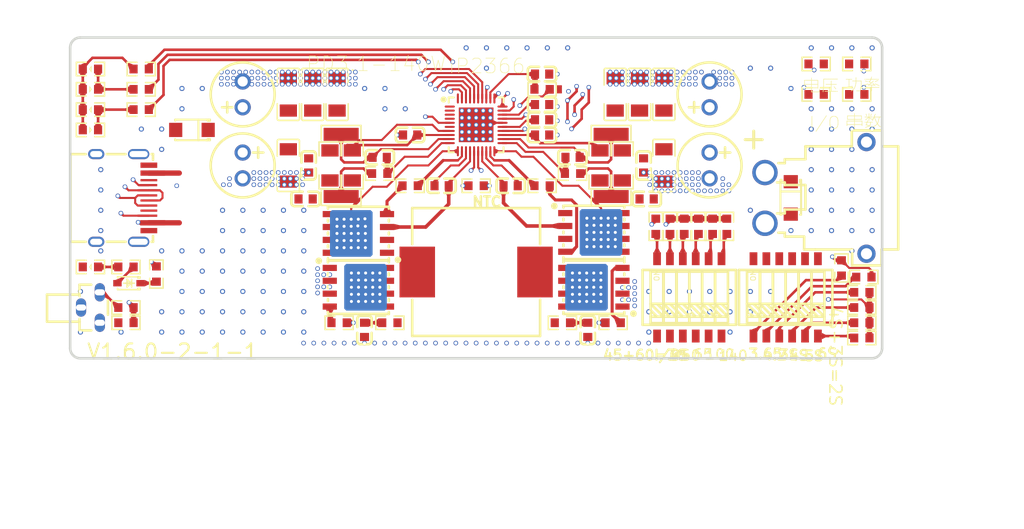
<source format=kicad_pcb>
(kicad_pcb (version 20241229) (generator "pcbnew") (generator_version "9.0")
  (layers (0 "F.Cu" signal) (4 "In1.Cu" signal) (6 "In2.Cu" signal) (2 "B.Cu" signal) (13 "F.Paste" user) (15 "B.Paste" user) (5 "F.SilkS" user) (7 "B.SilkS" user) (1 "F.Mask" user) (3 "B.Mask" user) (25 "Edge.Cuts" user))
  (net 0 "")
  (net 1 "Q4_5")
  (net 2 "Q4_1")
  (net 3 "Q3_5")
  (net 4 "Q3_1")
  (net 5 "GND")
  (net 6 "BAT")
  (net 7 "VBUS")
  (net 8 "LG2")
  (net 9 "LG1")
  (net 10 "NTC_1")
  (net 11 "DM")
  (net 12 "EN")
  (net 13 "CC_BDO")
  (net 14 "BAT_NUM")
  (net 15 "VSET")
  (net 16 "PSET")
  (net 17 "CC1")
  (net 18 "LED1")
  (net 19 "LED2")
  (net 20 "CC2")
  (net 21 "DP")
  (net 22 "LED3")
  (net 23 "C9_1")
  (net 24 "C18_1")
  (net 25 "SW2_11")
  (net 26 "R26_2")
  (net 27 "R27_2")
  (net 28 "R30_1")
  (net 29 "R29_2")
  (net 30 "R28_2")
  (net 31 "R36_1")
  (net 32 "R35_1")
  (net 33 "R34_1")
  (net 34 "R33_1")
  (net 35 "SW3_2")
  (net 36 "SW3_1")
  (net 37 "D3_2")
  (net 38 "LED5_1")
  (net 39 "C16_1")
  (net 40 "C10_1")
  (net 41 "C11_1")
  (net 42 "D3_1")
  (net 43 "NTC")
  (net 44 "C15_1")
  (net 45 "LED2_2")
  (net 46 "LED4_2")
  (net 47 "LED4_1")
  (net 48 "R4_2")
  (net 49 "C12_2")
  (net 50 "C13_2")
  (net 51 "HG2")
  (net 52 "HG1")
  (net 53 "Q4_4")
  (net 54 "Q5_4")
  (net 55 "Q6_4")
  (net 56 "Q3_4")
  (footprint "easyeda:C1206" (layer "F.Cu") (at 26.58 62.407 -90)
    (property "Reference" "C6" (hide yes))
    (property "Value" "22UF" (hide yes))
  )
  (footprint "easyeda:R0603" (layer "F.Cu") (at 58.58 77.907 180)
    (property "Reference" "R14" (hide yes))
    (property "Value" "0R" (hide yes))
  )
  (footprint "easyeda:DFN-8_L5.2-W5.6-P1.27-LS6.1-BL" (layer "F.Cu") (at 56.68 69.007 -90)
    (property "Reference" "Q4" (hide yes))
    (property "Value" "AER4061BE" (hide yes))
  )
  (footprint "easyeda:R0603" (layer "F.Cu") (at 82.58 55.407 180)
    (property "Reference" "R20" (hide yes))
    (property "Value" "13K" (hide yes))
  )
  (footprint "easyeda:C0603" (layer "F.Cu") (at 51.58 56.407)
    (property "Reference" "C15" (hide yes))
    (property "Value" "2.2UF" (hide yes))
  )
  (footprint "easyeda:SOD-323_L1.7-W1.3-LS2.6-RD" (layer "F.Cu") (at 10.88 74.007 180)
    (property "Reference" "D3" (hide yes))
    (property "Value" "MM3Z5V1_C19077455" (hide yes))
  )
  (footprint "easyeda:C0603" (layer "F.Cu") (at 54.58 61.607)
    (property "Reference" "C18" (hide yes))
    (property "Value" "1UF" (hide yes))
  )
  (footprint "easyeda:轻触开关-边3脚" (layer "F.Cu") (at 7.08 76.407)
    (property "Reference" "U3" (hide yes))
    (property "Value" "轻触开关-边3脚" (hide yes))
  )
  (footprint "easyeda:R0603" (layer "F.Cu") (at 10.579 72.408)
    (property "Reference" "R23" (hide yes))
    (property "Value" "10K" (hide yes))
  )
  (footprint "easyeda:IP2366" (layer "F.Cu") (at 45.08 58.407)
    (property "Reference" "U2" (hide yes))
    (property "Value" "IP2366" (hide yes))
  )
  (footprint "easyeda:C1206" (layer "F.Cu") (at 61.18 55.407 90)
    (property "Reference" "C20" (hide yes))
    (property "Value" "22UF" (hide yes))
  )
  (footprint "easyeda:R0603" (layer "F.Cu") (at 83.08 74.907)
    (property "Reference" "R33" (hide yes))
    (property "Value" "6.2K" (hide yes))
  )
  (footprint "easyeda:R0603" (layer "F.Cu") (at 82.58 52.407 180)
    (property "Reference" "R19" (hide yes))
    (property "Value" "27K" (hide yes))
  )
  (footprint "easyeda:R0603" (layer "F.Cu") (at 10.58 77.907 180)
    (property "Reference" "R5" (hide yes))
    (property "Value" "10K" (hide yes))
  )
  (footprint "easyeda:R0603" (layer "F.Cu") (at 53.58 77.907 180)
    (property "Reference" "R12" (hide yes))
    (property "Value" "2R" (hide yes))
  )
  (footprint "easyeda:SW-SMD_12P-L9.2-W5.4-P1.27-LS8.5" (layer "F.Cu") (at 66.08 75.407)
    (property "Reference" "SW2" (hide yes))
    (property "Value" "ON")
  )
  (footprint "easyeda:R0603" (layer "F.Cu") (at 51.58 64.407)
    (property "Reference" "R13" (hide yes))
    (property "Value" "0R" (hide yes))
  )
  (footprint "easyeda:C1206" (layer "F.Cu") (at 26.58 55.407 90)
    (property "Reference" "C7" (hide yes))
    (property "Value" "22UF" (hide yes))
  )
  (footprint "easyeda:C1206" (layer "F.Cu") (at 63.58 62.407 -90)
    (property "Reference" "C19" (hide yes))
    (property "Value" "22UF" (hide yes))
  )
  (footprint "easyeda:R0603" (layer "F.Cu") (at 83.08 79.407)
    (property "Reference" "R36" (hide yes))
    (property "Value" "18K" (hide yes))
  )
  (footprint "easyeda:CAP-TH_BD6.3-P2.50-D1.0-FD" (layer "F.Cu") (at 22.08 55.407 90)
    (property "Reference" "C3" (hide yes))
    (property "Value" "100UF" (hide yes))
  )
  (footprint "easyeda:C1206" (layer "F.Cu") (at 31.38 55.407 90)
    (property "Reference" "C30" (hide yes))
    (property "Value" "22UF" (hide yes))
  )
  (footprint "easyeda:C0603" (layer "F.Cu") (at 34.08 78.607 90)
    (property "Reference" "C12" (hide yes))
    (property "Value" "3.3NF" (hide yes))
  )
  (footprint "easyeda:C0603" (layer "F.Cu") (at 61.88 65.707 180)
    (property "Reference" "C28" (hide yes))
    (property "Value" "100NF" (hide yes))
  )
  (footprint "easyeda:R0603" (layer "F.Cu") (at 31.58 77.907)
    (property "Reference" "R10" (hide yes))
    (property "Value" "0R" (hide yes))
  )
  (footprint "easyeda:C0603" (layer "F.Cu") (at 51.58 59.407)
    (property "Reference" "C17" (hide yes))
    (property "Value" "2.2UF" (hide yes))
  )
  (footprint "easyeda:C1206" (layer "F.Cu") (at 63.58 55.407 90)
    (property "Reference" "C31" (hide yes))
    (property "Value" "22UF" (hide yes))
  )
  (footprint "easyeda:R0603" (layer "F.Cu") (at 83.08 76.407)
    (property "Reference" "R34" (hide yes))
    (property "Value" "9.1K" (hide yes))
  )
  (footprint "easyeda:C0603" (layer "F.Cu") (at 38.58 59.407)
    (property "Reference" "C8" (hide yes))
    (property "Value" "2.2UF" (hide yes))
  )
  (footprint "easyeda:R0603" (layer "F.Cu") (at 45.08 64.407 180)
    (property "Reference" "NTC")
    (property "Value" "10K" (hide yes))
  )
  (footprint "easyeda:R0603" (layer "F.Cu") (at 83.28 73.407)
    (property "Reference" "R32" (hide yes))
    (property "Value" "9.1K" (hide yes))
  )
  (footprint "easyeda:R2512" (layer "F.Cu") (at 31.78 62.407 -90)
    (property "Reference" "R37" (hide yes))
    (property "Value" "5mr" (hide yes))
  )
  (footprint "easyeda:SMD-1265" (layer "F.Cu") (at 45.08 72.907)
    (property "Reference" "L1" (hide yes))
    (property "Value" "10UH" (hide yes))
  )
  (footprint "easyeda:C0603" (layer "F.Cu") (at 35.58 61.607 180)
    (property "Reference" "C9" (hide yes))
    (property "Value" "1UF" (hide yes))
  )
  (footprint "easyeda:CAP-TH_BD6.3-P2.50-D1.0-FD" (layer "F.Cu") (at 68.08 55.407 90)
    (property "Reference" "C22" (hide yes))
    (property "Value" "100UF" (hide yes))
  )
  (footprint "easyeda:R0603" (layer "F.Cu") (at 54.58 63.207 180)
    (property "Reference" "R15" (hide yes))
    (property "Value" "10R" (hide yes))
  )
  (footprint "easyeda:R0603" (layer "F.Cu") (at 51.58 54.907)
    (property "Reference" "R22" (hide yes))
    (property "Value" "3.24K" (hide yes))
  )
  (footprint "easyeda:XT30PW-M" (layer "F.Cu") (at 81.08 65.607 90)
    (property "Reference" "U4" (hide yes))
    (property "Value" "XT30PW-M（凹）" (hide yes))
  )
  (footprint "easyeda:DO-219AB_L2.8-W1.8-LS3.7-FD" (layer "F.Cu") (at 17.08 58.907)
    (property "Reference" "D1" (hide yes))
    (property "Value" "SMF30A-HM3-18" (hide yes))
  )
  (footprint "easyeda:C1206" (layer "F.Cu") (at 58.78 55.407 90)
    (property "Reference" "C32" (hide yes))
    (property "Value" "22UF" (hide yes))
  )
  (footprint "easyeda:C0603" (layer "F.Cu") (at 51.58 53.407)
    (property "Reference" "C14" (hide yes))
    (property "Value" "100NF" (hide yes))
  )
  (footprint "easyeda:R1206" (layer "F.Cu") (at 32.88 62.407 -90)
    (property "Reference" "R7" (hide yes))
    (property "Value" "5mr" (hide yes))
  )
  (footprint "easyeda:0603LED" (layer "F.Cu") (at 7.08 52.907 180)
    (property "Reference" "LED1" (hide yes))
    (property "Value" "LED-0603_R" (hide yes))
  )
  (footprint "easyeda:R0603" (layer "F.Cu") (at 64.18 68.407 -90)
    (property "Reference" "R25" (hide yes))
    (property "Value" "6.2K" (hide yes))
  )
  (footprint "easyeda:C0603" (layer "F.Cu") (at 28.58 62.407 90)
    (property "Reference" "C25" (hide yes))
    (property "Value" "100NF" (hide yes))
  )
  (footprint "easyeda:CAP-TH_BD6.3-P2.50-D1.0-FD" (layer "F.Cu") (at 68.08 62.407 -90)
    (property "Reference" "C24" (hide yes))
    (property "Value" "100UF" (hide yes))
  )
  (footprint "easyeda:TYPE-C-16P" (layer "F.Cu") (at 8.78 65.607)
    (property "Reference" "U1" (hide yes))
    (property "Value" "TYPE-C16P" (hide yes))
  )
  (footprint "easyeda:R0603" (layer "F.Cu") (at 13.58 73.107 90)
    (property "Reference" "R24" (hide yes))
    (property "Value" "0R" (hide yes))
  )
  (footprint "easyeda:R0603" (layer "F.Cu") (at 62.78 68.407 90)
    (property "Reference" "R30" (hide yes))
    (property "Value" "1K" (hide yes))
  )
  (footprint "easyeda:C0603" (layer "F.Cu") (at 28.28 65.707)
    (property "Reference" "C27" (hide yes))
    (property "Value" "100NF" (hide yes))
  )
  (footprint "easyeda:R0603" (layer "F.Cu") (at 10.58 76.407 180)
    (property "Reference" "R4" (hide yes))
    (property "Value" "43K" (hide yes))
  )
  (footprint "easyeda:R0603" (layer "F.Cu") (at 78.58 52.407)
    (property "Reference" "R18" (hide yes))
    (property "Value" "9.1K" (hide yes))
  )
  (footprint "easyeda:DFN-8_L5.2-W5.6-P1.27-LS6.1-BL" (layer "F.Cu") (at 33.48 69.107 90)
    (property "Reference" "Q3" (hide yes))
    (property "Value" "AER4061BE" (hide yes))
  )
  (footprint "easyeda:C0603" (layer "F.Cu") (at 48.48 64.407 180)
    (property "Reference" "C11" (hide yes))
    (property "Value" "100NF" (hide yes))
  )
  (footprint "easyeda:0603LED" (layer "F.Cu") (at 7.08 54.907)
    (property "Reference" "LED2" (hide yes))
    (property "Value" "LED-0603_R" (hide yes))
  )
  (footprint "easyeda:0603LED" (layer "F.Cu") (at 7.08 56.907 180)
    (property "Reference" "LED3" (hide yes))
    (property "Value" "LED-0603_R" (hide yes))
  )
  (footprint "easyeda:DFN-8_L5.2-W5.6-P1.27-LS6.1-BL" (layer "F.Cu") (at 56.68 74.407 90)
    (property "Reference" "Q6" (hide yes))
    (property "Value" "AER4061BE" (hide yes))
  )
  (footprint "easyeda:C0603" (layer "F.Cu") (at 51.58 57.907)
    (property "Reference" "C16" (hide yes))
    (property "Value" "2.2UF" (hide yes))
  )
  (footprint "easyeda:R0603" (layer "F.Cu") (at 83.08 77.907)
    (property "Reference" "R35" (hide yes))
    (property "Value" "13K" (hide yes))
  )
  (footprint "easyeda:R0603" (layer "F.Cu") (at 68.38 68.407 -90)
    (property "Reference" "R28" (hide yes))
    (property "Value" "18K" (hide yes))
  )
  (footprint "easyeda:DO-219AB_L2.8-W1.8-LS3.7-FD" (layer "F.Cu") (at 76.08 65.607 90)
    (property "Reference" "D2" (hide yes))
    (property "Value" "SMF30A" (hide yes))
  )
  (footprint "easyeda:R0603" (layer "F.Cu") (at 65.58 68.407 -90)
    (property "Reference" "R26" (hide yes))
    (property "Value" "9.1K" (hide yes))
  )
  (footprint "easyeda:R0603" (layer "F.Cu") (at 81.08 72.507 90)
    (property "Reference" "R31" (hide yes))
    (property "Value" "3.6K" (hide yes))
  )
  (footprint "easyeda:C1206" (layer "F.Cu") (at 28.98 55.407 90)
    (property "Reference" "C29" (hide yes))
    (property "Value" "22UF" (hide yes))
  )
  (footprint "easyeda:R0603" (layer "F.Cu") (at 12.08 52.907 180)
    (property "Reference" "R3" (hide yes))
    (property "Value" "0R" (hide yes))
  )
  (footprint "easyeda:R0603" (layer "F.Cu") (at 78.58 55.407)
    (property "Reference" "R21" (hide yes))
    (property "Value" "1K" (hide yes))
  )
  (footprint "easyeda:R0603" (layer "F.Cu") (at 36.58 77.907)
    (property "Reference" "R11" (hide yes))
    (property "Value" "2R" (hide yes))
  )
  (footprint "easyeda:CAP-TH_BD6.3-P2.50-D1.0-FD" (layer "F.Cu") (at 22.08 62.407 -90)
    (property "Reference" "C4" (hide yes))
    (property "Value" "100UF" (hide yes))
  )
  (footprint "easyeda:C0603" (layer "F.Cu") (at 61.58 62.407 90)
    (property "Reference" "C26" (hide yes))
    (property "Value" "100NF" (hide yes))
  )
  (footprint "easyeda:SW-SMD_12P-L9.2-W5.4-P1.27-LS8.5" (layer "F.Cu") (at 75.58 75.407)
    (property "Reference" "SW3" (hide yes))
    (property "Value" "ON")
  )
  (footprint "easyeda:R1206" (layer "F.Cu") (at 59.48 62.407 90)
    (property "Reference" "R16" (hide yes))
    (property "Value" "5mr" (hide yes))
  )
  (footprint "easyeda:C0603" (layer "F.Cu") (at 56.08 78.607 90)
    (property "Reference" "C13" (hide yes))
    (property "Value" "3.3NF" (hide yes))
  )
  (footprint "easyeda:0603LED" (layer "F.Cu") (at 7.08 72.407 180)
    (property "Reference" "LED5" (hide yes))
    (property "Value" "LED-0603_R" (hide yes))
  )
  (footprint "AutoGenerated:Pad_0.50mm" (layer "F.Cu") (at 53.28 54.907)
    (property "Reference" "")
    (property "Value" "")
  )
  (footprint "easyeda:R0603" (layer "F.Cu") (at 35.58 63.207)
    (property "Reference" "R8" (hide yes))
    (property "Value" "10R" (hide yes))
  )
  (footprint "easyeda:R0603" (layer "F.Cu") (at 69.78 68.407 -90)
    (property "Reference" "R29" (hide yes))
    (property "Value" "27K" (hide yes))
  )
  (footprint "easyeda:R1206" (layer "F.Cu") (at 57.28 62.407 90)
    (property "Reference" "R17" (hide yes))
    (property "Value" "5mr" (hide yes))
  )
  (footprint "easyeda:R2512" (layer "F.Cu") (at 58.38 62.407 90)
    (property "Reference" "R38" (hide yes))
    (property "Value" "5mr" (hide yes))
  )
  (footprint "easyeda:R0603" (layer "F.Cu") (at 38.58 64.407 180)
    (property "Reference" "R9" (hide yes))
    (property "Value" "0R" (hide yes))
  )
  (footprint "easyeda:DFN-8_L5.2-W5.6-P1.27-LS6.1-BL" (layer "F.Cu") (at 33.48 74.407 -90)
    (property "Reference" "Q5" (hide yes))
    (property "Value" "AER4061BE" (hide yes))
  )
  (footprint "easyeda:R0603" (layer "F.Cu") (at 12.08 54.907 180)
    (property "Reference" "R1" (hide yes))
    (property "Value" "100R" (hide yes))
  )
  (footprint "easyeda:R1206" (layer "F.Cu") (at 30.68 62.407 -90)
    (property "Reference" "R6" (hide yes))
    (property "Value" "5mr" (hide yes))
  )
  (footprint "easyeda:R0603" (layer "F.Cu") (at 12.08 56.907)
    (property "Reference" "R2" (hide yes))
    (property "Value" "100R" (hide yes))
  )
  (footprint "easyeda:R0603" (layer "F.Cu") (at 66.98 68.407 -90)
    (property "Reference" "R27" (hide yes))
    (property "Value" "13K" (hide yes))
  )
  (footprint "easyeda:C0603" (layer "F.Cu") (at 41.68 64.407)
    (property "Reference" "C10" (hide yes))
    (property "Value" "100NF" (hide yes))
  )
  (footprint "easyeda:0603LED" (layer "F.Cu") (at 7.08 58.907)
    (property "Reference" "LED4" (hide yes))
    (property "Value" "LED-0603_R" (hide yes))
  )
  (gr_poly (pts (xy 6.01 55.34) (xy 6.645 55.34) (xy 6.454 55.721) (xy 6.2 55.721)) (fill yes) (layer "F.Cu") (net 47))
  (gr_poly (pts (xy 53.563 62.775) (xy 54.198 62.775) (xy 54.008 62.394) (xy 53.754 62.394)) (fill yes) (layer "F.Cu") (net 24))
  (gr_poly (pts (xy 56.652 65.63) (xy 56.652 66.115) (xy 56.352 65.721) (xy 56.352 65.438)) (fill yes) (layer "F.Cu") (net 1))
  (gr_poly (pts (xy 77.288 78.582) (xy 77.866 78.582) (xy 78.166 78.201) (xy 77.807 78.201)) (fill yes) (layer "F.Cu") (net 32))
  (gr_poly (pts (xy 54.559 70.607) (xy 54.559 71.203) (xy 54.98 70.619) (xy 54.874 70.301)) (fill yes) (layer "F.Cu") (net 53))
  (gr_poly (pts (xy 9.423 76.486) (xy 9.801 75.975) (xy 9.433 75.832) (xy 9.28 76.038)) (fill yes) (layer "F.Cu") (net 48))
  (gr_poly (pts (xy 8.236 72.723) (xy 8.236 72.088) (xy 8.617 72.279) (xy 8.617 72.533)) (fill yes) (layer "F.Cu") (net 38))
  (gr_poly (pts (xy 50.48 53.656) (xy 50.48 53.156) (xy 50.18 53.306) (xy 50.18 53.506)) (fill yes) (layer "F.Cu") (net 43))
  (gr_poly (pts (xy 69.797 69.564) (xy 69.348 69.564) (xy 69.352 69.945) (xy 69.606 69.945)) (fill yes) (layer "F.Cu") (net 29))
  (gr_poly (pts (xy 11.955 67.866) (xy 11.898 68.199) (xy 12.06 68.186) (xy 12.104 67.932)) (fill yes) (layer "F.Cu") (net 7))
  (gr_poly (pts (xy 62.604 68.222) (xy 62.366 67.983) (xy 62.507 67.901) (xy 62.686 68.081)) (fill yes) (layer "F.Cu") (net 13))
  (gr_poly (pts (xy 13.148 72.456) (xy 13.532 71.951) (xy 13.161 71.809) (xy 13.006 72.013)) (fill yes) (layer "F.Cu") (net 7))
  (gr_poly (pts (xy 48.194 55.531) (xy 47.955 55.293) (xy 47.893 55.453) (xy 48.034 55.594)) (fill yes) (layer "F.Cu") (net 15))
  (gr_poly (pts (xy 31.462 59.982) (xy 32.097 59.982) (xy 31.907 60.363) (xy 31.653 60.363)) (fill yes) (layer "F.Cu") (net 7))
  (gr_poly (pts (xy 13.66 64.747) (xy 13.66 64.971) (xy 13.932 64.959) (xy 13.932 64.759)) (fill yes) (layer "F.Cu") (net 11))
  (gr_poly (pts (xy 55.149 54.756) (xy 54.811 54.756) (xy 54.853 54.913) (xy 55.107 54.913)) (fill yes) (layer "F.Cu") (net 16))
  (gr_poly (pts (xy 56.429 60.39) (xy 57.061 60.325) (xy 56.622 60.191) (xy 56.369 60.298)) (fill yes) (layer "F.Cu") (net 6))
  (gr_poly (pts (xy 83.783 72.975) (xy 84.283 72.975) (xy 84.133 72.761) (xy 83.933 72.761)) (fill yes) (layer "F.Cu") (net 15))
  (gr_poly (pts (xy 54.304 56.021) (xy 54.066 55.782) (xy 54.207 55.701) (xy 54.386 55.88)) (fill yes) (layer "F.Cu") (net 16))
  (gr_poly (pts (xy 6.645 53.338) (xy 6.01 53.338) (xy 6.2 53.719) (xy 6.454 53.719)) (fill yes) (layer "F.Cu") (net 47))
  (gr_poly (pts (xy 80.404 71.393) (xy 80.166 71.632) (xy 80.307 71.713) (xy 80.486 71.534)) (fill yes) (layer "F.Cu") (net 15))
  (gr_poly (pts (xy 39.196 59.857) (xy 38.88 59.306) (xy 38.718 59.79) (xy 38.849 60.018)) (fill yes) (layer "F.Cu") (net 7))
  (gr_poly (pts (xy 34.423 62.833) (xy 34.423 63.468) (xy 34.042 62.949) (xy 34.042 62.59)) (fill yes) (layer "F.Cu") (net 3))
  (gr_poly (pts (xy 45.595 62.683) (xy 45.356 62.921) (xy 45.293 62.761) (xy 45.435 62.62)) (fill yes) (layer "F.Cu") (net 8))
  (gr_poly (pts (xy 62.588 70.962) (xy 63.223 70.962) (xy 63.033 70.581) (xy 62.779 70.581)) (fill yes) (layer "F.Cu") (net 28))
  (gr_poly (pts (xy 39.394 51.983) (xy 39.155 52.221) (xy 39.09 52.096) (xy 39.269 51.917)) (fill yes) (layer "F.Cu") (net 19))
  (gr_poly (pts (xy 45.304 58.421) (xy 45.066 58.183) (xy 45.21 58.136) (xy 45.351 58.277)) (fill yes) (layer "F.Cu") (net 5))
  (gr_poly (pts (xy 12.01 64.461) (xy 12.01 64.237) (xy 11.821 64.248) (xy 11.821 64.448)) (fill yes) (layer "F.Cu") (net 17))
  (gr_poly (pts (xy 65.128 70.962) (xy 65.763 70.962) (xy 65.573 70.581) (xy 65.319 70.581)) (fill yes) (layer "F.Cu") (net 26))
  (gr_poly (pts (xy 32.518 67.101) (xy 33.018 67.101) (xy 32.868 66.801) (xy 32.668 66.801)) (fill yes) (layer "F.Cu") (net 3))
  (gr_poly (pts (xy 76.089 78.582) (xy 76.596 78.582) (xy 76.966 78.201) (xy 76.607 78.201)) (fill yes) (layer "F.Cu") (net 33))
  (gr_poly (pts (xy 81.923 77.589) (xy 81.923 78.224) (xy 81.542 78.034) (xy 81.542 77.78)) (fill yes) (layer "F.Cu") (net 32))
  (gr_poly (pts (xy 13.66 62.897) (xy 13.66 63.421) (xy 14.44 63.419) (xy 14.44 62.899)) (fill yes) (layer "F.Cu") (net 7))
  (gr_poly (pts (xy 72.193 78.582) (xy 72.786 78.808) (xy 72.989 78.478) (xy 72.729 78.379)) (fill yes) (layer "F.Cu") (net 36))
  (gr_poly (pts (xy 55.68 61.29) (xy 55.68 61.925) (xy 56.061 62.168) (xy 56.061 61.808)) (fill yes) (layer "F.Cu") (net 6))
  (gr_poly (pts (xy 51.196 53.857) (xy 50.561 53.857) (xy 50.752 54.238) (xy 51.006 54.238)) (fill yes) (layer "F.Cu") (net 43))
  (gr_poly (pts (xy 13.148 73.691) (xy 13.148 74.263) (xy 12.767 74.135) (xy 12.767 73.881)) (fill yes) (layer "F.Cu") (net 42))
  (gr_poly (pts (xy 68.812 67.97) (xy 68.812 67.335) (xy 69.193 67.526) (xy 69.193 67.78)) (fill yes) (layer "F.Cu") (net 16))
  (gr_poly (pts (xy 67.861 70.962) (xy 68.366 70.962) (xy 68.306 70.581) (xy 68.052 70.581)) (fill yes) (layer "F.Cu") (net 30))
  (gr_poly (pts (xy 10.923 55.225) (xy 10.923 54.59) (xy 10.542 54.78) (xy 10.542 55.034)) (fill yes) (layer "F.Cu") (net 45))
  (gr_poly (pts (xy 11.504 63.793) (xy 11.266 64.032) (xy 11.426 64.094) (xy 11.567 63.953)) (fill yes) (layer "F.Cu") (net 17))
  (gr_poly (pts (xy 49.604 56.521) (xy 49.366 56.283) (xy 49.526 56.22) (xy 49.667 56.362)) (fill yes) (layer "F.Cu") (net 10))
  (gr_poly (pts (xy 66.548 67.335) (xy 66.548 67.97) (xy 66.167 67.78) (xy 66.167 67.526)) (fill yes) (layer "F.Cu") (net 16))
  (gr_poly (pts (xy 84.15 75.339) (xy 83.515 75.339) (xy 83.706 75.72) (xy 83.96 75.72)) (fill yes) (layer "F.Cu") (net 14))
  (gr_poly (pts (xy 50.48 59.658) (xy 50.48 59.158) (xy 50.18 59.308) (xy 50.18 59.508)) (fill yes) (layer "F.Cu") (net 6))
  (gr_poly (pts (xy 10.93 76.486) (xy 11.307 75.975) (xy 10.969 75.861) (xy 10.803 76.054)) (fill yes) (layer "F.Cu") (net 12))
  (gr_poly (pts (xy 35.064 61.157) (xy 35.28 61.608) (xy 35.421 61.207) (xy 35.33 61.016)) (fill yes) (layer "F.Cu") (net 7))
  (gr_poly (pts (xy 42.28 63.957) (xy 42.78 63.957) (xy 42.971 63.657) (xy 42.689 63.657)) (fill yes) (layer "F.Cu") (net 4))
  (gr_poly (pts (xy 43.923 64.724) (xy 43.923 64.089) (xy 43.779 64.28) (xy 43.779 64.534)) (fill yes) (layer "F.Cu") (net 5))
  (gr_poly (pts (xy 7.516 57.338) (xy 8.151 57.338) (xy 7.96 57.719) (xy 7.706 57.719)) (fill yes) (layer "F.Cu") (net 46))
  (gr_poly (pts (xy 12.01 65.471) (xy 12.01 65.247) (xy 11.742 65.259) (xy 11.742 65.459)) (fill yes) (layer "F.Cu") (net 21))
  (gr_poly (pts (xy 50.48 58.256) (xy 50.48 57.756) (xy 50.18 57.906) (xy 50.18 58.106)) (fill yes) (layer "F.Cu") (net 39))
  (gr_poly (pts (xy 32.937 67.558) (xy 32.6 67.558) (xy 32.668 67.401) (xy 32.868 67.401)) (fill yes) (layer "F.Cu") (net 3))
  (gr_poly (pts (xy 34.48 61.925) (xy 34.48 61.29) (xy 34.099 61.808) (xy 34.099 62.168)) (fill yes) (layer "F.Cu") (net 7))
  (gr_poly (pts (xy 6.645 58.476) (xy 6.01 58.476) (xy 6.2 58.095) (xy 6.454 58.095)) (fill yes) (layer "F.Cu") (net 47))
  (gr_poly (pts (xy 81.923 76.088) (xy 81.923 76.723) (xy 81.542 76.533) (xy 81.542 76.279)) (fill yes) (layer "F.Cu") (net 33))
  (gr_poly (pts (xy 48.08 59.907) (xy 48.08 59.707) (xy 48.38 59.707) (xy 48.38 59.907)) (fill yes) (layer "F.Cu") (net 6))
  (gr_poly (pts (xy 50.48 56.656) (xy 50.48 56.156) (xy 50.282 56.306) (xy 50.282 56.506)) (fill yes) (layer "F.Cu") (net 44))
  (gr_poly (pts (xy 83.515 75.975) (xy 84.15 75.975) (xy 83.96 75.594) (xy 83.706 75.594)) (fill yes) (layer "F.Cu") (net 14))
  (gr_poly (pts (xy 33.508 66.115) (xy 33.023 66.115) (xy 32.832 66.415) (xy 33.114 66.415)) (fill yes) (layer "F.Cu") (net 3))
  (gr_poly (pts (xy 6.645 54.476) (xy 6.01 54.476) (xy 6.2 54.095) (xy 6.454 54.095)) (fill yes) (layer "F.Cu") (net 47))
  (gr_poly (pts (xy 9.545 73.692) (xy 10.155 73.867) (xy 10.388 73.537) (xy 10.11 73.458)) (fill yes) (layer "F.Cu") (net 37))
  (gr_poly (pts (xy 65.763 69.564) (xy 65.148 69.564) (xy 65.319 69.945) (xy 65.573 69.945)) (fill yes) (layer "F.Cu") (net 26))
  (gr_poly (pts (xy 42.805 55.122) (xy 42.567 54.882) (xy 42.711 54.836) (xy 42.852 54.978)) (fill yes) (layer "F.Cu") (net 18))
  (gr_poly (pts (xy 10.923 52.992) (xy 11.292 52.475) (xy 10.928 52.33) (xy 10.778 52.539)) (fill yes) (layer "F.Cu") (net 47))
  (gr_poly (pts (xy 36.588 62.775) (xy 36.736 63.252) (xy 36.914 62.813) (xy 36.847 62.597)) (fill yes) (layer "F.Cu") (net 23))
  (gr_poly (pts (xy 40.229 57.438) (xy 40.229 57.776) (xy 40.386 57.707) (xy 40.386 57.507)) (fill yes) (layer "F.Cu") (net 7))
  (gr_poly (pts (xy 32.977 67.622) (xy 32.827 67.924) (xy 32.922 67.908) (xy 33.021 67.708)) (fill yes) (layer "F.Cu") (net 3))
  (gr_poly (pts (xy 33.508 65.629) (xy 33.508 66.115) (xy 33.808 65.72) (xy 33.808 65.437)) (fill yes) (layer "F.Cu") (net 3))
  (gr_poly (pts (xy 73.423 78.582) (xy 74.056 78.636) (xy 74.385 78.281) (xy 74.054 78.253)) (fill yes) (layer "F.Cu") (net 35))
  (gr_poly (pts (xy 46.702 58.437) (xy 46.48 58.184) (xy 46.621 58.107) (xy 46.797 58.307)) (fill yes) (layer "F.Cu") (net 5))
  (gr_poly (pts (xy 58.801 72.807) (xy 58.801 72.197) (xy 58.785 72.352) (xy 58.785 72.652)) (fill yes) (layer "F.Cu") (net 55))
  (gr_poly (pts (xy 82.131 73.839) (xy 82.123 73.204) (xy 81.75 73.858) (xy 81.754 74.214)) (fill yes) (layer "F.Cu") (net 35))
  (gr_poly (pts (xy 53.423 63.196) (xy 53.693 62.775) (xy 53.414 62.655) (xy 53.303 62.827)) (fill yes) (layer "F.Cu") (net 24))
  (gr_poly (pts (xy 39.68 59.158) (xy 39.68 59.658) (xy 39.98 59.508) (xy 39.98 59.308)) (fill yes) (layer "F.Cu") (net 7))
  (gr_poly (pts (xy 51.28 59.857) (xy 50.712 59.857) (xy 51.2 60.208) (xy 51.469 60.119)) (fill yes) (layer "F.Cu") (net 6))
  (gr_poly (pts (xy 81.163 73.664) (xy 80.648 73.292) (xy 80.543 73.618) (xy 80.737 73.783)) (fill yes) (layer "F.Cu") (net 36))
  (gr_poly (pts (xy 67.412 67.97) (xy 67.412 67.335) (xy 67.793 67.526) (xy 67.793 67.78)) (fill yes) (layer "F.Cu") (net 16))
  (gr_poly (pts (xy 55.63 78.282) (xy 55.63 77.532) (xy 55.18 77.757) (xy 55.18 78.057)) (fill yes) (layer "F.Cu") (net 50))
  (gr_poly (pts (xy 54.249 57.958) (xy 53.911 57.958) (xy 53.953 57.801) (xy 54.207 57.801)) (fill yes) (layer "F.Cu") (net 16))
  (gr_poly (pts (xy 11.105 75.917) (xy 10.843 76.129) (xy 10.974 76.226) (xy 11.172 76.065)) (fill yes) (layer "F.Cu") (net 12))
  (gr_poly (pts (xy 46.478 58.184) (xy 46.256 58.437) (xy 46.161 58.307) (xy 46.336 58.107)) (fill yes) (layer "F.Cu") (net 5))
  (gr_poly (pts (xy 83.515 77.475) (xy 84.15 77.475) (xy 83.96 77.094) (xy 83.706 77.094)) (fill yes) (layer "F.Cu") (net 14))
  (gr_poly (pts (xy 48.08 59.107) (xy 48.08 58.907) (xy 48.38 58.907) (xy 48.38 59.107)) (fill yes) (layer "F.Cu") (net 13))
  (gr_poly (pts (xy 42.08 59.107) (xy 42.08 58.907) (xy 41.78 58.907) (xy 41.78 59.107)) (fill yes) (layer "F.Cu") (net 7))
  (gr_poly (pts (xy 54.949 57.258) (xy 54.611 57.258) (xy 54.653 57.101) (xy 54.907 57.101)) (fill yes) (layer "F.Cu") (net 14))
  (gr_poly (pts (xy 42.793 51.983) (xy 42.555 52.222) (xy 42.473 52.081) (xy 42.652 51.901)) (fill yes) (layer "F.Cu") (net 22))
  (gr_poly (pts (xy 44.804 62.921) (xy 44.565 62.683) (xy 44.725 62.619) (xy 44.867 62.761)) (fill yes) (layer "F.Cu") (net 9))
  (gr_poly (pts (xy 81.923 74.59) (xy 81.923 75.225) (xy 81.542 75.034) (xy 81.542 74.78)) (fill yes) (layer "F.Cu") (net 34))
  (gr_poly (pts (xy 10.705 64.493) (xy 10.466 64.732) (xy 10.626 64.794) (xy 10.767 64.653)) (fill yes) (layer "F.Cu") (net 11))
  (gr_poly (pts (xy 6.109 52.474) (xy 6.73 52.605) (xy 6.995 52.271) (xy 6.698 52.209)) (fill yes) (layer "F.Cu") (net 47))
  (gr_poly (pts (xy 57.56 67.457) (xy 57.223 67.457) (xy 57.291 67.3) (xy 57.491 67.3)) (fill yes) (layer "F.Cu") (net 1))
  (gr_poly (pts (xy 31.036 77.475) (xy 30.423 77.475) (xy 30.511 77.025) (xy 30.811 77.025)) (fill yes) (layer "F.Cu") (net 54))
  (gr_poly (pts (xy 46.78 57.957) (xy 46.78 58.457) (xy 47.08 58.307) (xy 47.08 58.107)) (fill yes) (layer "F.Cu") (net 5))
  (gr_poly (pts (xy 12.01 67.471) (xy 12.01 67.247) (xy 11.71 67.258) (xy 11.71 67.458)) (fill yes) (layer "F.Cu") (net 20))
  (gr_poly (pts (xy 32.831 78.076) (xy 32.831 77.738) (xy 32.674 77.757) (xy 32.674 78.057)) (fill yes) (layer "F.Cu") (net 9))
  (gr_poly (pts (xy 41.304 54.921) (xy 41.066 54.683) (xy 41.225 54.62) (xy 41.367 54.761)) (fill yes) (layer "F.Cu") (net 17))
  (gr_poly (pts (xy 12.86 56.475) (xy 13.236 56.986) (xy 13.38 56.539) (xy 13.228 56.332)) (fill yes) (layer "F.Cu") (net 19))
  (gr_poly (pts (xy 64.612 67.97) (xy 64.612 67.335) (xy 64.993 67.526) (xy 64.993 67.78)) (fill yes) (layer "F.Cu") (net 16))
  (gr_poly (pts (xy 33.434 60.325) (xy 32.934 60.325) (xy 33.342 60.025) (xy 33.625 60.025)) (fill yes) (layer "F.Cu") (net 7))
  (gr_poly (pts (xy 54.736 78.282) (xy 54.736 77.532) (xy 55.186 77.757) (xy 55.186 78.057)) (fill yes) (layer "F.Cu") (net 50))
  (gr_poly (pts (xy 79.929 75.439) (xy 79.928 75.776) (xy 80.086 75.708) (xy 80.087 75.508)) (fill yes) (layer "F.Cu") (net 14))
  (gr_poly (pts (xy 81.512 71.879) (xy 81.097 72.157) (xy 81.46 72.274) (xy 81.629 72.161)) (fill yes) (layer "F.Cu") (net 15))
  (gr_poly (pts (xy 62.848 68.057) (xy 62.348 68.057) (xy 62.29 68.117) (xy 62.56 68.207)) (fill yes) (layer "F.Cu") (net 13))
  (gr_poly (pts (xy 79.136 78.9) (xy 79.136 79.535) (xy 79.517 79.344) (xy 79.517 79.09)) (fill yes) (layer "F.Cu") (net 31))
  (gr_poly (pts (xy 43.929 64.576) (xy 43.929 64.238) (xy 44.086 64.28) (xy 44.086 64.534)) (fill yes) (layer "F.Cu") (net 5))
  (gr_poly (pts (xy 31.462 64.832) (xy 32.097 64.832) (xy 31.907 64.451) (xy 31.653 64.451)) (fill yes) (layer "F.Cu") (net 3))
  (gr_poly (pts (xy 32.736 77.532) (xy 32.736 78.282) (xy 32.98 78.057) (xy 32.98 77.757)) (fill yes) (layer "F.Cu") (net 9))
  (gr_poly (pts (xy 13.227 52.475) (xy 12.592 52.475) (xy 13.111 52.094) (xy 13.47 52.094)) (fill yes) (layer "F.Cu") (net 22))
  (gr_poly (pts (xy 57.329 78.076) (xy 57.329 77.738) (xy 57.486 77.757) (xy 57.486 78.057)) (fill yes) (layer "F.Cu") (net 8))
  (gr_poly (pts (xy 54.198 62.057) (xy 53.563 62.057) (xy 53.754 62.438) (xy 54.008 62.438)) (fill yes) (layer "F.Cu") (net 24))
  (gr_poly (pts (xy 46.291 54.903) (xy 45.972 54.793) (xy 45.981 54.963) (xy 46.181 55.031)) (fill yes) (layer "F.Cu") (net 12))
  (gr_poly (pts (xy 65.148 67.335) (xy 65.148 67.97) (xy 64.767 67.78) (xy 64.767 67.526)) (fill yes) (layer "F.Cu") (net 16))
  (gr_poly (pts (xy 40.304 53.921) (xy 40.065 53.683) (xy 40.225 53.619) (xy 40.367 53.761)) (fill yes) (layer "F.Cu") (net 21))
  (gr_poly (pts (xy 40.395 51.983) (xy 40.155 52.221) (xy 40.074 52.08) (xy 40.254 51.9)) (fill yes) (layer "F.Cu") (net 18))
  (gr_poly (pts (xy 81.923 78.975) (xy 81.923 79.535) (xy 81.542 79.344) (xy 81.542 79.09)) (fill yes) (layer "F.Cu") (net 31))
  (gr_poly (pts (xy 68.496 69.564) (xy 67.948 69.564) (xy 68.052 69.945) (xy 68.306 69.945)) (fill yes) (layer "F.Cu") (net 30))
  (gr_poly (pts (xy 36.65 62.057) (xy 36.015 62.057) (xy 36.205 62.438) (xy 36.459 62.438)) (fill yes) (layer "F.Cu") (net 23))
  (gr_poly (pts (xy 42.08 59.907) (xy 42.08 59.707) (xy 41.78 59.707) (xy 41.78 59.907)) (fill yes) (layer "F.Cu") (net 7))
  (gr_poly (pts (xy 13.66 65.747) (xy 13.66 65.971) (xy 13.927 65.96) (xy 13.927 65.76)) (fill yes) (layer "F.Cu") (net 11))
  (gr_poly (pts (xy 62.588 69.564) (xy 63.212 69.564) (xy 63.033 69.945) (xy 62.779 69.945)) (fill yes) (layer "F.Cu") (net 28))
  (gr_poly (pts (xy 13.305 71.893) (xy 13.066 72.132) (xy 13.207 72.213) (xy 13.386 72.034)) (fill yes) (layer "F.Cu") (net 7))
  (gr_poly (pts (xy 48.949 56.056) (xy 48.612 56.056) (xy 48.681 56.214) (xy 48.881 56.213)) (fill yes) (layer "F.Cu") (net 16))
  (gr_poly (pts (xy 67.033 69.564) (xy 66.548 69.564) (xy 66.589 69.945) (xy 66.843 69.945)) (fill yes) (layer "F.Cu") (net 27))
  (gr_poly (pts (xy 66.012 67.97) (xy 66.012 67.335) (xy 66.393 67.526) (xy 66.393 67.78)) (fill yes) (layer "F.Cu") (net 16))
  (gr_poly (pts (xy 11.309 72.84) (xy 10.929 72.331) (xy 10.787 72.777) (xy 10.94 72.983)) (fill yes) (layer "F.Cu") (net 37))
  (gr_poly (pts (xy 35.924 66.897) (xy 36.674 66.897) (xy 36.449 66.447) (xy 36.149 66.447)) (fill yes) (layer "F.Cu") (net 56))
  (gr_poly (pts (xy 58.697 64.832) (xy 58.062 64.832) (xy 58.253 64.451) (xy 58.507 64.451)) (fill yes) (layer "F.Cu") (net 1))
  (gr_poly (pts (xy 8.237 54.59) (xy 8.237 55.225) (xy 8.618 55.034) (xy 8.618 54.78)) (fill yes) (layer "F.Cu") (net 45))
  (gr_poly (pts (xy 63.748 68.057) (xy 64.248 68.057) (xy 63.96 68.207) (xy 63.69 68.117)) (fill yes) (layer "F.Cu") (net 16))
  (gr_poly (pts (xy 54.249 56.156) (xy 53.911 56.156) (xy 53.953 56.313) (xy 54.207 56.313)) (fill yes) (layer "F.Cu") (net 16))
  (gr_poly (pts (xy 55.749 55.556) (xy 55.411 55.556) (xy 55.453 55.707) (xy 55.707 55.707)) (fill yes) (layer "F.Cu") (net 14))
  (gr_poly (pts (xy 64.004 68.221) (xy 63.766 67.983) (xy 63.907 67.901) (xy 64.086 68.081)) (fill yes) (layer "F.Cu") (net 16))
  (gr_poly (pts (xy 12.01 64.971) (xy 12.01 64.747) (xy 11.71 64.759) (xy 11.71 64.959)) (fill yes) (layer "F.Cu") (net 11))
  (gr_poly (pts (xy 56.349 54.856) (xy 56.011 54.856) (xy 56.053 55.013) (xy 56.307 55.013)) (fill yes) (layer "F.Cu") (net 13))
  (gr_poly (pts (xy 46.231 64.238) (xy 46.231 64.576) (xy 46.074 64.534) (xy 46.074 64.28)) (fill yes) (layer "F.Cu") (net 10))
  (gr_poly (pts (xy 45.778 58.184) (xy 45.556 58.437) (xy 45.461 58.307) (xy 45.636 58.107)) (fill yes) (layer "F.Cu") (net 5))
  (gr_poly (pts (xy 42.78 64.857) (xy 41.98 64.857) (xy 42.205 65.382) (xy 42.555 65.382)) (fill yes) (layer "F.Cu") (net 4))
  (gr_poly (pts (xy 46.78 57.957) (xy 46.78 58.457) (xy 47.08 58.307) (xy 47.08 58.107)) (fill yes) (layer "F.Cu") (net 5))
  (gr_poly (pts (xy 46.98 60.758) (xy 46.98 61.258) (xy 47.28 61.108) (xy 47.28 60.908)) (fill yes) (layer "F.Cu") (net 1))
  (gr_poly (pts (xy 31.036 76.617) (xy 30.286 76.617) (xy 30.511 77.067) (xy 30.811 77.067)) (fill yes) (layer "F.Cu") (net 54))
  (gr_poly (pts (xy 10.305 67.092) (xy 10.067 67.332) (xy 10.227 67.394) (xy 10.368 67.252)) (fill yes) (layer "F.Cu") (net 20))
  (gr_poly (pts (xy 37.878 64.839) (xy 37.424 64.242) (xy 37.256 64.765) (xy 37.439 65.006)) (fill yes) (layer "F.Cu") (net 56))
  (gr_poly (pts (xy 47.294 55.531) (xy 47.055 55.293) (xy 46.993 55.453) (xy 47.134 55.594)) (fill yes) (layer "F.Cu") (net 22))
  (gr_poly (pts (xy 48.18 64.857) (xy 47.38 64.857) (xy 47.605 65.382) (xy 47.955 65.382)) (fill yes) (layer "F.Cu") (net 2))
  (gr_poly (pts (xy 53.162 68.677) (xy 53.162 68.067) (xy 52.637 68.197) (xy 52.637 68.547)) (fill yes) (layer "F.Cu") (net 2))
  (gr_poly (pts (xy 80.648 72.07) (xy 80.648 71.435) (xy 80.526 71.625) (xy 80.526 71.879)) (fill yes) (layer "F.Cu") (net 15))
  (gr_poly (pts (xy 66.398 70.962) (xy 67.033 70.962) (xy 66.843 70.581) (xy 66.589 70.581)) (fill yes) (layer "F.Cu") (net 27))
  (gr_poly (pts (xy 12.01 68.321) (xy 12.01 67.797) (xy 11.832 67.932) (xy 11.832 68.186)) (fill yes) (layer "F.Cu") (net 7))
  (gr_poly (pts (xy 84.15 78.339) (xy 83.515 78.339) (xy 83.706 78.72) (xy 83.96 78.72)) (fill yes) (layer "F.Cu") (net 14))
  (gr_poly (pts (xy 6.01 56.474) (xy 6.645 56.474) (xy 6.454 56.093) (xy 6.2 56.093)) (fill yes) (layer "F.Cu") (net 47))
  (gr_poly (pts (xy 46.236 64.724) (xy 46.236 64.089) (xy 46.38 64.28) (xy 46.38 64.534)) (fill yes) (layer "F.Cu") (net 10))
  (gr_poly (pts (xy 47.431 56.507) (xy 47.931 56.507) (xy 47.781 56.207) (xy 47.581 56.207)) (fill yes) (layer "F.Cu") (net 15))
  (gr_poly (pts (xy 56.652 66.115) (xy 57.137 66.115) (xy 57.328 66.415) (xy 57.045 66.415)) (fill yes) (layer "F.Cu") (net 1))
  (gr_poly (pts (xy 67.948 67.335) (xy 67.948 67.97) (xy 67.567 67.78) (xy 67.567 67.526)) (fill yes) (layer "F.Cu") (net 16))
  (gr_poly (pts (xy 49.894 59.032) (xy 49.655 58.793) (xy 49.609 58.936) (xy 49.75 59.078)) (fill yes) (layer "F.Cu") (net 13))
  (gr_poly (pts (xy 84.15 76.839) (xy 83.515 76.839) (xy 83.706 77.22) (xy 83.96 77.22)) (fill yes) (layer "F.Cu") (net 14))
  (gr_poly (pts (xy 37.48 59.726) (xy 37.48 59.091) (xy 37.28 59.281) (xy 37.28 59.535)) (fill yes) (layer "F.Cu") (net 5))
  (gr_poly (pts (xy 83.515 78.975) (xy 84.15 78.975) (xy 83.96 78.594) (xy 83.706 78.594)) (fill yes) (layer "F.Cu") (net 14))
  (gr_poly (pts (xy 51.196 54.475) (xy 50.561 54.475) (xy 50.752 54.094) (xy 51.006 54.094)) (fill yes) (layer "F.Cu") (net 43))
  (gr_poly (pts (xy 47.38 63.957) (xy 47.88 63.957) (xy 47.471 63.657) (xy 47.188 63.657)) (fill yes) (layer "F.Cu") (net 2))
  (gr_poly (pts (xy 55.736 63.468) (xy 55.736 62.833) (xy 56.117 62.59) (xy 56.117 62.95)) (fill yes) (layer "F.Cu") (net 1))
  (gr_poly (pts (xy 36.015 62.775) (xy 36.65 62.775) (xy 36.459 62.394) (xy 36.205 62.394)) (fill yes) (layer "F.Cu") (net 23))
  (gr_poly (pts (xy 10.923 56.589) (xy 10.923 57.224) (xy 10.542 57.033) (xy 10.542 56.779)) (fill yes) (layer "F.Cu") (net 46))
  (gr_poly (pts (xy 39.805 53.421) (xy 39.566 53.182) (xy 39.726 53.12) (xy 39.867 53.261)) (fill yes) (layer "F.Cu") (net 20))
  (gr_poly (pts (xy 52.708 64.839) (xy 51.958 64.839) (xy 52.183 65.26) (xy 52.483 65.26)) (fill yes) (layer "F.Cu") (net 53))
  (gr_poly (pts (xy 57.141 67) (xy 57.641 67) (xy 57.491 66.7) (xy 57.291 66.7)) (fill yes) (layer "F.Cu") (net 1))
  (gr_poly (pts (xy 48.879 63.957) (xy 49.379 63.957) (xy 48.97 63.657) (xy 48.687 63.657)) (fill yes) (layer "F.Cu") (net 41))
  (gr_poly (pts (xy 8.505 74.766) (xy 8.496 75.401) (xy 8.886 75.644) (xy 8.886 75.285)) (fill yes) (layer "F.Cu") (net 48))
  (gr_poly (pts (xy 49.994 57.632) (xy 49.755 57.393) (xy 49.692 57.552) (xy 49.833 57.694)) (fill yes) (layer "F.Cu") (net 14))
  (gr_poly (pts (xy 54.974 61.157) (xy 55.474 61.157) (xy 55.065 60.857) (xy 54.782 60.857)) (fill yes) (layer "F.Cu") (net 6))
  (gr_poly (pts (xy 69.348 67.335) (xy 69.348 67.97) (xy 68.967 67.78) (xy 68.967 67.526)) (fill yes) (layer "F.Cu") (net 16))
  (gr_poly (pts (xy 12.861 54.475) (xy 13.236 54.987) (xy 13.38 54.539) (xy 13.228 54.331)) (fill yes) (layer "F.Cu") (net 18))
  (gr_poly (pts (xy 58.697 59.982) (xy 58.062 59.982) (xy 58.253 60.363) (xy 58.507 60.363)) (fill yes) (layer "F.Cu") (net 6))
  (gr_poly (pts (xy 12.435 73.692) (xy 12.435 74.322) (xy 12.816 74.135) (xy 12.816 73.881)) (fill yes) (layer "F.Cu") (net 42))
  (gr_poly (pts (xy 46.967 55.358) (xy 46.98 55.857) (xy 47.28 55.448) (xy 47.209 55.235)) (fill yes) (layer "F.Cu") (net 22))
  (gr_poly (pts (xy 58.93 78.161) (xy 59.233 77.475) (xy 58.839 77.254) (xy 58.709 77.548)) (fill yes) (layer "F.Cu") (net 55))
  (gr_poly (pts (xy 13.66 67.797) (xy 13.66 68.321) (xy 14.44 68.319) (xy 14.44 67.799)) (fill yes) (layer "F.Cu") (net 7))
  (gr_poly (pts (xy 10.005 65.393) (xy 9.766 65.632) (xy 9.912 65.681) (xy 10.054 65.539)) (fill yes) (layer "F.Cu") (net 21))
  (gr_poly (pts (xy 39.283 63.975) (xy 39.736 64.572) (xy 39.904 64.049) (xy 39.721 63.807)) (fill yes) (layer "F.Cu") (net 52))
  (gr_poly (pts (xy 46.002 58.437) (xy 45.78 58.184) (xy 45.922 58.107) (xy 46.097 58.307)) (fill yes) (layer "F.Cu") (net 5))
  (gr_poly (pts (xy 6.645 57.338) (xy 6.01 57.338) (xy 6.2 57.719) (xy 6.454 57.719)) (fill yes) (layer "F.Cu") (net 47))
  (gr_poly (pts (xy 36.998 68.167) (xy 36.998 68.777) (xy 37.523 68.647) (xy 37.523 68.297)) (fill yes) (layer "F.Cu") (net 4))
  (gr_poly (pts (xy 7.516 58.476) (xy 8.151 58.476) (xy 7.96 58.095) (xy 7.706 58.095)) (fill yes) (layer "F.Cu") (net 46))
  (gr_poly (pts (xy 64.497 69.564) (xy 63.862 69.564) (xy 64.052 69.945) (xy 64.306 69.945)) (fill yes) (layer "F.Cu") (net 25))
  (gr_poly (pts (xy 8.236 57.224) (xy 8.236 56.589) (xy 8.617 56.779) (xy 8.617 57.033)) (fill yes) (layer "F.Cu") (net 46))
  (gr_poly (pts (xy 42.105 54.921) (xy 41.866 54.683) (xy 42.026 54.62) (xy 42.167 54.761)) (fill yes) (layer "F.Cu") (net 19))
  (gr_poly (pts (xy 35.423 77.532) (xy 35.423 78.282) (xy 34.973 78.057) (xy 34.973 77.757)) (fill yes) (layer "F.Cu") (net 49))
  (gr_poly (pts (xy 40.781 63.957) (xy 41.281 63.957) (xy 41.473 63.657) (xy 41.19 63.657)) (fill yes) (layer "F.Cu") (net 40))
  (gr_poly (pts (xy 54.704 58.821) (xy 54.466 58.582) (xy 54.607 58.501) (xy 54.786 58.68)) (fill yes) (layer "F.Cu") (net 13))
  (gr_poly (pts (xy 37.429 59.239) (xy 37.428 59.576) (xy 37.586 59.535) (xy 37.587 59.281)) (fill yes) (layer "F.Cu") (net 5))
  (gr_poly (pts (xy 11.651 77.475) (xy 11.016 77.475) (xy 11.207 77.094) (xy 11.461 77.094)) (fill yes) (layer "F.Cu") (net 12))
  (gr_poly (pts (xy 63.86 70.962) (xy 64.495 70.962) (xy 64.305 70.581) (xy 64.051 70.581)) (fill yes) (layer "F.Cu") (net 25))
  (gr_poly (pts (xy 34.53 77.532) (xy 34.53 78.282) (xy 34.98 78.057) (xy 34.98 77.757)) (fill yes) (layer "F.Cu") (net 49))
  (gr_poly (pts (xy 52.209 55.339) (xy 51.93 54.924) (xy 51.813 55.287) (xy 51.926 55.456)) (fill yes) (layer "F.Cu") (net 10))
  (gr_poly (pts (xy 74.628 78.582) (xy 75.263 78.582) (xy 75.072 78.443) (xy 74.818 78.443)) (fill yes) (layer "F.Cu") (net 34))
  (gr_poly (pts (xy 50.423 64.572) (xy 50.877 63.975) (xy 50.439 63.807) (xy 50.256 64.049)) (fill yes) (layer "F.Cu") (net 51))
  (gr_poly (pts (xy 40.805 54.421) (xy 40.566 54.183) (xy 40.726 54.12) (xy 40.867 54.261)) (fill yes) (layer "F.Cu") (net 11))
  (gr_poly (pts (xy 12.01 66.471) (xy 12.01 66.247) (xy 11.737 66.26) (xy 11.737 66.46)) (fill yes) (layer "F.Cu") (net 21))
  (gr_poly (pts (xy 83.43 76.392) (xy 83.705 75.975) (xy 83.424 75.857) (xy 83.311 76.027)) (fill yes) (layer "F.Cu") (net 14))
  (gr_poly (pts (xy 69.162 70.962) (xy 69.636 70.962) (xy 69.606 70.581) (xy 69.352 70.581)) (fill yes) (layer "F.Cu") (net 29))
  (gr_poly (pts (xy 9.423 72.09) (xy 9.423 72.725) (xy 9.042 72.534) (xy 9.042 72.28)) (fill yes) (layer "F.Cu") (net 38))
  (gr_poly (pts (xy 7.516 54.476) (xy 8.151 54.476) (xy 7.96 54.095) (xy 7.706 54.095)) (fill yes) (layer "F.Cu") (net 45))
  (gr_poly (pts (xy 7.516 53.338) (xy 8.151 53.338) (xy 7.96 53.719) (xy 7.706 53.719)) (fill yes) (layer "F.Cu") (net 45))
  (gr_poly (pts (xy 43.18 61.258) (xy 43.18 60.758) (xy 42.88 60.908) (xy 42.88 61.108)) (fill yes) (layer "F.Cu") (net 3))
  (gr_poly (pts (xy 57.423 78.282) (xy 57.423 77.532) (xy 57.18 77.757) (xy 57.18 78.057)) (fill yes) (layer "F.Cu") (net 8))
  (gr_poly (pts (xy 11.016 76.839) (xy 11.651 76.839) (xy 11.461 77.22) (xy 11.207 77.22)) (fill yes) (layer "F.Cu") (net 12))
  (gr_poly (pts (xy 55.48 66.707) (xy 55.28 66.907) (xy 55.28 71.107) (xy 55.48 71.307) (xy 59.28 71.307) (xy 59.48 71.107) (xy 59.48 66.907) (xy 59.28 66.707)) (fill yes) (layer "B.Cu") (net 1))
  (gr_poly (pts (xy 30.88 66.807) (xy 30.68 67.007) (xy 30.68 71.207) (xy 30.88 71.407) (xy 34.68 71.407) (xy 34.88 71.207) (xy 34.88 67.007) (xy 34.68 66.807)) (fill yes) (layer "B.Cu") (net 3))
  (gr_poly (pts (xy 32.28 72.107) (xy 32.08 72.307) (xy 32.08 76.507) (xy 32.28 76.707) (xy 36.08 76.707) (xy 36.28 76.507) (xy 36.28 72.307) (xy 36.08 72.107)) (fill yes) (layer "B.Cu") (net 4))
  (gr_poly (pts (xy 54.057 72.107) (xy 53.857 72.307) (xy 53.857 76.507) (xy 54.057 76.707) (xy 57.857 76.707) (xy 58.057 76.507) (xy 58.057 72.307) (xy 57.857 72.107)) (fill yes) (layer "B.Cu") (net 2))
  (gr_arc (start 6.08 81.407) (mid 5.372893 81.114107) (end 5.08 80.407) (stroke (width 0.254)) (layer "Edge.Cuts"))
  (gr_arc (start 84.08 49.807) (mid 84.787107 50.099893) (end 85.08 50.807) (stroke (width 0.254)) (layer "Edge.Cuts"))
  (gr_line (start 6.08 49.807) (end 84.08 49.807) (stroke (width 0.254)) (layer "Edge.Cuts"))
  (gr_line (start 5.08 80.407) (end 5.08 50.807) (stroke (width 0.254)) (layer "Edge.Cuts"))
  (gr_arc (start 85.08 80.407) (mid 84.787107 81.114107) (end 84.08 81.407) (stroke (width 0.254)) (layer "Edge.Cuts"))
  (gr_line (start 85.08 50.807) (end 85.08 80.407) (stroke (width 0.254)) (layer "Edge.Cuts"))
  (gr_line (start 84.08 81.407) (end 6.08 81.407) (stroke (width 0.254)) (layer "Edge.Cuts"))
  (gr_arc (start 5.08 50.807) (mid 5.372893 50.099893) (end 6.08 49.807) (stroke (width 0.254)) (layer "Edge.Cuts"))
  (gr_text "45" (at 63.98 81.099 0) (layer "F.SilkS") (effects (font (size 1 1) (thickness 0.203)) (justify left)))
  (gr_text "电压" (at 77.28 54.607 0) (layer "F.SilkS") (effects (font (size 1.2 1.2) (thickness 0.061)) (justify left)))
  (gr_text "PD3.1-140W" (at 28.28 52.407 0) (layer "F.SilkS") (effects (font (size 1.44 1.44) (thickness 0.06)) (justify left)))
  (gr_text "I/O" (at 62.48 81.106 0) (layer "F.SilkS") (effects (font (size 1 1) (thickness 0.203)) (justify left)))
  (gr_text "45+60=30" (at 57.463 81.099 0) (layer "F.SilkS") (effects (font (size 1 1) (thickness 0.203)) (justify left)))
  (gr_text "V1.6.0-2-1-1" (at 6.63 80.757 0) (layer "F.SilkS") (effects (font (size 1.5 1.5) (thickness 0.203)) (justify left)))
  (gr_text "3S" (at 74.78 81.071 0) (layer "F.SilkS") (effects (font (size 1 1) (thickness 0.203)) (justify left)))
  (gr_text "+" (at 72.591 58.307 -90) (layer "F.SilkS") (effects (font (size 2.2 2.2) (thickness 0.3)) (justify left)))
  (gr_text "60" (at 65.18 81.118 0) (layer "F.SilkS") (effects (font (size 1 1)) (justify left)))
  (gr_text "5S" (at 77.28 81.164 0) (layer "F.SilkS") (effects (font (size 1 1) (thickness 0.203)) (justify left)))
  (gr_text "140" (at 68.88 81.151 0) (layer "F.SilkS") (effects (font (size 1 1)) (justify left)))
  (gr_text "6S" (at 78.58 80.956 0) (layer "F.SilkS") (effects (font (size 1 1) (thickness 0.203)) (justify left)))
  (gr_text "串数" (at 81.46 58.113 0) (layer "F.SilkS") (effects (font (size 1.2 1.2) (thickness 0.061)) (justify left)))
  (gr_text "IP2366" (at 42.296 52.614 0) (layer "F.SilkS") (effects (font (size 1.44 1.44) (thickness 0.06)) (justify left)))
  (gr_text "4.2" (at 73.18 81.086 0) (layer "F.SilkS") (effects (font (size 1 1) (thickness 0.203)) (justify left)))
  (gr_text "功率" (at 81.38 54.507 0) (layer "F.SilkS") (effects (font (size 1.2 1.2) (thickness 0.061)) (justify left)))
  (gr_text "4S" (at 75.78 81.125 0) (layer "F.SilkS") (effects (font (size 1 1) (thickness 0.203)) (justify left)))
  (gr_text "100" (at 67.58 81.026 0) (layer "F.SilkS") (effects (font (size 1 1)) (justify left)))
  (gr_text "4S+3S=2S" (at 80.48 76.207 -90) (layer "F.SilkS") (effects (font (size 1.2 1.2)) (justify left)))
  (gr_text "3.65" (at 71.78 80.988 0) (layer "F.SilkS") (effects (font (size 1 1) (thickness 0.203)) (justify left)))
  (gr_text "65" (at 66.38 81.026 0) (layer "F.SilkS") (effects (font (size 1 1)) (justify left)))
  (gr_text "I/O" (at 77.836 58.213 0) (layer "F.SilkS") (effects (font (size 1.2 1.2) (thickness 0.061)) (justify left)))
  (segment (start 58.379 63.007) (end 58.08 62.708) (width 0.254) (layer "F.Cu") (net 1))
  (segment (start 49.553 61.552) (end 50.724 61.552) (width 0.2) (layer "F.Cu") (net 1))
  (segment (start 56.18 62.708) (end 55.679 63.208) (width 0.254) (layer "F.Cu") (net 1))
  (segment (start 58.08 62.708) (end 56.18 62.708) (width 0.254) (layer "F.Cu") (net 1))
  (segment (start 46.881 61.008) (end 49.009 61.008) (width 0.2) (layer "F.Cu") (net 1))
  (segment (start 55.179 64.407) (end 57.391 66.619) (width 0.2) (layer "F.Cu") (net 1))
  (segment (start 57.391 67.109) (end 57.391 67.808) (width 0.2) (layer "F.Cu") (net 1))
  (segment (start 57.391 66.619) (end 57.391 67.109) (width 0.2) (layer "F.Cu") (net 1))
  (segment (start 53.579 64.407) (end 55.179 64.407) (width 0.2) (layer "F.Cu") (net 1))
  (segment (start 49.009 61.008) (end 49.553 61.552) (width 0.2) (layer "F.Cu") (net 1))
  (segment (start 58.379 65.474) (end 58.379 63.007) (width 0.254) (layer "F.Cu") (net 1))
  (segment (start 50.724 61.552) (end 53.579 64.407) (width 0.2) (layer "F.Cu") (net 1))
  (segment (start 55.679 63.208) (end 55.334 63.208) (width 0.254) (layer "F.Cu") (net 1))
  (via (at 56.691 68.306) (size 0.45) (drill 0.3) (layers "F.Cu" "B.Cu") (net 1))
  (via (at 55.991 69.706) (size 0.45) (drill 0.3) (layers "F.Cu" "B.Cu") (net 1))
  (via (at 57.391 68.308) (size 0.45) (drill 0.3) (layers "F.Cu" "B.Cu") (net 1))
  (via (at 57.391 69.007) (size 0.45) (drill 0.3) (layers "F.Cu" "B.Cu") (net 1))
  (via (at 58.791 67.606) (size 0.45) (drill 0.3) (layers "F.Cu" "B.Cu") (net 1))
  (via (at 57.391 70.406) (size 0.45) (drill 0.3) (layers "F.Cu" "B.Cu") (net 1))
  (via (at 56.691 70.406) (size 0.45) (drill 0.3) (layers "F.Cu" "B.Cu") (net 1))
  (via (at 58.091 69.006) (size 0.45) (drill 0.3) (layers "F.Cu" "B.Cu") (net 1))
  (via (at 55.991 70.406) (size 0.45) (drill 0.3) (layers "F.Cu" "B.Cu") (net 1))
  (via (at 57.391 67.606) (size 0.45) (drill 0.3) (layers "F.Cu" "B.Cu") (net 1))
  (via (at 58.091 69.706) (size 0.45) (drill 0.3) (layers "F.Cu" "B.Cu") (net 1))
  (via (at 58.791 70.406) (size 0.45) (drill 0.3) (layers "F.Cu" "B.Cu") (net 1))
  (via (at 56.691 69.006) (size 0.45) (drill 0.3) (layers "F.Cu" "B.Cu") (net 1))
  (via (at 55.991 67.606) (size 0.45) (drill 0.3) (layers "F.Cu" "B.Cu") (net 1))
  (via (at 58.791 68.306) (size 0.45) (drill 0.3) (layers "F.Cu" "B.Cu") (net 1))
  (via (at 58.091 68.306) (size 0.45) (drill 0.3) (layers "F.Cu" "B.Cu") (net 1))
  (via (at 56.691 69.706) (size 0.45) (drill 0.3) (layers "F.Cu" "B.Cu") (net 1))
  (via (at 55.991 69.006) (size 0.45) (drill 0.3) (layers "F.Cu" "B.Cu") (net 1))
  (via (at 58.091 67.606) (size 0.45) (drill 0.3) (layers "F.Cu" "B.Cu") (net 1))
  (via (at 58.791 69.706) (size 0.45) (drill 0.3) (layers "F.Cu" "B.Cu") (net 1))
  (via (at 55.991 68.306) (size 0.45) (drill 0.3) (layers "F.Cu" "B.Cu") (net 1))
  (via (at 58.091 70.406) (size 0.45) (drill 0.3) (layers "F.Cu" "B.Cu") (net 1))
  (via (at 58.791 69.006) (size 0.45) (drill 0.3) (layers "F.Cu" "B.Cu") (net 1))
  (via (at 57.391 69.706) (size 0.45) (drill 0.3) (layers "F.Cu" "B.Cu") (net 1))
  (via (at 56.691 67.606) (size 0.45) (drill 0.3) (layers "F.Cu" "B.Cu") (net 1))
  (segment (start 45.679 62.006) (end 47.78 64.107) (width 0.2) (layer "F.Cu") (net 2))
  (segment (start 47.78 64.407) (end 47.78 66.106) (width 0.35) (layer "F.Cu") (net 2))
  (segment (start 47.78 66.106) (end 50.046 68.372) (width 0.35) (layer "F.Cu") (net 2))
  (segment (start 47.78 64.107) (end 47.78 64.407) (width 0.2) (layer "F.Cu") (net 2))
  (segment (start 50.046 68.372) (end 53.861 68.372) (width 0.35) (layer "F.Cu") (net 2))
  (segment (start 45.679 61.008) (end 45.679 62.006) (width 0.2) (layer "F.Cu") (net 2))
  (via (at 56.669 74.407) (size 0.45) (drill 0.3) (layers "F.Cu" "B.Cu") (net 2))
  (via (at 57.369 75.107) (size 0.45) (drill 0.3) (layers "F.Cu" "B.Cu") (net 2))
  (via (at 57.369 74.407) (size 0.45) (drill 0.3) (layers "F.Cu" "B.Cu") (net 2))
  (via (at 55.269 75.107) (size 0.45) (drill 0.3) (layers "F.Cu" "B.Cu") (net 2))
  (via (at 54.569 73.707) (size 0.45) (drill 0.3) (layers "F.Cu" "B.Cu") (net 2))
  (via (at 56.669 75.807) (size 0.45) (drill 0.3) (layers "F.Cu" "B.Cu") (net 2))
  (via (at 55.269 75.807) (size 0.45) (drill 0.3) (layers "F.Cu" "B.Cu") (net 2))
  (via (at 54.569 75.807) (size 0.45) (drill 0.3) (layers "F.Cu" "B.Cu") (net 2))
  (via (at 55.269 74.407) (size 0.45) (drill 0.3) (layers "F.Cu" "B.Cu") (net 2))
  (via (at 56.669 73.007) (size 0.45) (drill 0.3) (layers "F.Cu" "B.Cu") (net 2))
  (via (at 54.569 74.407) (size 0.45) (drill 0.3) (layers "F.Cu" "B.Cu") (net 2))
  (via (at 56.669 73.707) (size 0.45) (drill 0.3) (layers "F.Cu" "B.Cu") (net 2))
  (via (at 55.969 75.107) (size 0.45) (drill 0.3) (layers "F.Cu" "B.Cu") (net 2))
  (via (at 54.569 75.107) (size 0.45) (drill 0.3) (layers "F.Cu" "B.Cu") (net 2))
  (via (at 55.969 75.807) (size 0.45) (drill 0.3) (layers "F.Cu" "B.Cu") (net 2))
  (via (at 56.669 75.107) (size 0.45) (drill 0.3) (layers "F.Cu" "B.Cu") (net 2))
  (via (at 55.969 73.707) (size 0.45) (drill 0.3) (layers "F.Cu" "B.Cu") (net 2))
  (via (at 57.369 73.707) (size 0.45) (drill 0.3) (layers "F.Cu" "B.Cu") (net 2))
  (via (at 55.269 73.007) (size 0.45) (drill 0.3) (layers "F.Cu" "B.Cu") (net 2))
  (via (at 54.569 73.007) (size 0.45) (drill 0.3) (layers "F.Cu" "B.Cu") (net 2))
  (via (at 55.269 73.707) (size 0.45) (drill 0.3) (layers "F.Cu" "B.Cu") (net 2))
  (via (at 57.369 73.007) (size 0.45) (drill 0.3) (layers "F.Cu" "B.Cu") (net 2))
  (via (at 57.369 75.807) (size 0.45) (drill 0.3) (layers "F.Cu" "B.Cu") (net 2))
  (via (at 55.969 74.407) (size 0.45) (drill 0.3) (layers "F.Cu" "B.Cu") (net 2))
  (via (at 55.969 73.007) (size 0.45) (drill 0.3) (layers "F.Cu" "B.Cu") (net 2))
  (segment (start 32.972 67.808) (end 32.769 67.808) (width 0.2) (layer "F.Cu") (net 3))
  (segment (start 43.279 61.008) (end 41.778 61.008) (width 0.2) (layer "F.Cu") (net 3))
  (segment (start 32.769 66.619) (end 32.769 67.808) (width 0.2) (layer "F.Cu") (net 3))
  (segment (start 36.284 64.506) (end 34.879 64.506) (width 0.2) (layer "F.Cu") (net 3))
  (segment (start 31.78 63.007) (end 32.08 62.708) (width 0.254) (layer "F.Cu") (net 3))
  (segment (start 32.08 62.708) (end 33.98 62.708) (width 0.254) (layer "F.Cu") (net 3))
  (segment (start 34.879 64.506) (end 32.769 66.619) (width 0.2) (layer "F.Cu") (net 3))
  (segment (start 34.481 63.208) (end 34.826 63.208) (width 0.254) (layer "F.Cu") (net 3))
  (segment (start 33.98 62.708) (end 34.481 63.208) (width 0.254) (layer "F.Cu") (net 3))
  (segment (start 31.78 65.474) (end 31.78 63.007) (width 0.254) (layer "F.Cu") (net 3))
  (segment (start 40.378 62.408) (end 38.382 62.408) (width 0.2) (layer "F.Cu") (net 3))
  (segment (start 38.382 62.408) (end 36.284 64.506) (width 0.2) (layer "F.Cu") (net 3))
  (segment (start 41.778 61.008) (end 40.378 62.408) (width 0.2) (layer "F.Cu") (net 3))
  (via (at 32.769 69.807) (size 0.45) (drill 0.3) (layers "F.Cu" "B.Cu") (net 3))
  (via (at 32.069 68.407) (size 0.45) (drill 0.3) (layers "F.Cu" "B.Cu") (net 3))
  (via (at 33.469 70.507) (size 0.45) (drill 0.3) (layers "F.Cu" "B.Cu") (net 3))
  (via (at 32.069 69.807) (size 0.45) (drill 0.3) (layers "F.Cu" "B.Cu") (net 3))
  (via (at 34.124 67.663) (size 0.45) (drill 0.3) (layers "F.Cu" "B.Cu") (net 3))
  (via (at 33.424 68.363) (size 0.45) (drill 0.3) (layers "F.Cu" "B.Cu") (net 3))
  (via (at 31.369 67.707) (size 0.45) (drill 0.3) (layers "F.Cu" "B.Cu") (net 3))
  (via (at 32.069 70.507) (size 0.45) (drill 0.3) (layers "F.Cu" "B.Cu") (net 3))
  (via (at 32.069 69.107) (size 0.45) (drill 0.3) (layers "F.Cu" "B.Cu") (net 3))
  (via (at 33.469 67.707) (size 0.45) (drill 0.3) (layers "F.Cu" "B.Cu") (net 3))
  (via (at 32.78 69.107) (size 0.45) (drill 0.3) (layers "F.Cu" "B.Cu") (net 3))
  (via (at 32.769 68.407) (size 0.45) (drill 0.3) (layers "F.Cu" "B.Cu") (net 3))
  (via (at 32.769 67.707) (size 0.45) (drill 0.3) (layers "F.Cu" "B.Cu") (net 3))
  (via (at 31.369 70.507) (size 0.45) (drill 0.3) (layers "F.Cu" "B.Cu") (net 3))
  (via (at 34.169 69.107) (size 0.45) (drill 0.3) (layers "F.Cu" "B.Cu") (net 3))
  (via (at 33.469 69.107) (size 0.45) (drill 0.3) (layers "F.Cu" "B.Cu") (net 3))
  (via (at 33.469 69.807) (size 0.45) (drill 0.3) (layers "F.Cu" "B.Cu") (net 3))
  (via (at 34.169 70.507) (size 0.45) (drill 0.3) (layers "F.Cu" "B.Cu") (net 3))
  (via (at 31.369 68.407) (size 0.45) (drill 0.3) (layers "F.Cu" "B.Cu") (net 3))
  (via (at 32.069 67.707) (size 0.45) (drill 0.3) (layers "F.Cu" "B.Cu") (net 3))
  (via (at 31.369 69.807) (size 0.45) (drill 0.3) (layers "F.Cu" "B.Cu") (net 3))
  (via (at 32.769 70.507) (size 0.45) (drill 0.3) (layers "F.Cu" "B.Cu") (net 3))
  (via (at 31.369 69.107) (size 0.45) (drill 0.3) (layers "F.Cu" "B.Cu") (net 3))
  (via (at 34.169 68.407) (size 0.45) (drill 0.3) (layers "F.Cu" "B.Cu") (net 3))
  (via (at 34.169 69.807) (size 0.45) (drill 0.3) (layers "F.Cu" "B.Cu") (net 3))
  (segment (start 44.48 61.008) (end 44.48 62.006) (width 0.2) (layer "F.Cu") (net 4))
  (segment (start 44.48 62.006) (end 42.38 64.107) (width 0.2) (layer "F.Cu") (net 4))
  (segment (start 42.38 64.107) (end 42.38 64.407) (width 0.2) (layer "F.Cu") (net 4))
  (segment (start 40.114 68.473) (end 36.299 68.473) (width 0.35) (layer "F.Cu") (net 4))
  (segment (start 42.38 64.407) (end 42.38 66.208) (width 0.35) (layer "F.Cu") (net 4))
  (segment (start 42.38 66.208) (end 40.114 68.473) (width 0.35) (layer "F.Cu") (net 4))
  (via (at 33.491 73.007) (size 0.45) (drill 0.3) (layers "F.Cu" "B.Cu") (net 4))
  (via (at 34.191 74.407) (size 0.45) (drill 0.3) (layers "F.Cu" "B.Cu") (net 4))
  (via (at 34.891 73.707) (size 0.45) (drill 0.3) (layers "F.Cu" "B.Cu") (net 4))
  (via (at 32.791 74.407) (size 0.45) (drill 0.3) (layers "F.Cu" "B.Cu") (net 4))
  (via (at 33.491 73.707) (size 0.45) (drill 0.3) (layers "F.Cu" "B.Cu") (net 4))
  (via (at 35.591 74.407) (size 0.45) (drill 0.3) (layers "F.Cu" "B.Cu") (net 4))
  (via (at 32.791 75.107) (size 0.45) (drill 0.3) (layers "F.Cu" "B.Cu") (net 4))
  (via (at 35.591 73.707) (size 0.45) (drill 0.3) (layers "F.Cu" "B.Cu") (net 4))
  (via (at 34.191 73.707) (size 0.45) (drill 0.3) (layers "F.Cu" "B.Cu") (net 4))
  (via (at 34.891 73.007) (size 0.45) (drill 0.3) (layers "F.Cu" "B.Cu") (net 4))
  (via (at 35.591 75.807) (size 0.45) (drill 0.3) (layers "F.Cu" "B.Cu") (net 4))
  (via (at 34.891 75.107) (size 0.45) (drill 0.3) (layers "F.Cu" "B.Cu") (net 4))
  (via (at 32.791 73.007) (size 0.45) (drill 0.3) (layers "F.Cu" "B.Cu") (net 4))
  (via (at 34.191 75.807) (size 0.45) (drill 0.3) (layers "F.Cu" "B.Cu") (net 4))
  (via (at 35.591 73.007) (size 0.45) (drill 0.3) (layers "F.Cu" "B.Cu") (net 4))
  (via (at 33.491 74.407) (size 0.45) (drill 0.3) (layers "F.Cu" "B.Cu") (net 4))
  (via (at 33.491 75.807) (size 0.45) (drill 0.3) (layers "F.Cu" "B.Cu") (net 4))
  (via (at 33.491 75.107) (size 0.45) (drill 0.3) (layers "F.Cu" "B.Cu") (net 4))
  (via (at 34.891 74.407) (size 0.45) (drill 0.3) (layers "F.Cu" "B.Cu") (net 4))
  (via (at 32.791 73.707) (size 0.45) (drill 0.3) (layers "F.Cu" "B.Cu") (net 4))
  (via (at 35.591 75.107) (size 0.45) (drill 0.3) (layers "F.Cu" "B.Cu") (net 4))
  (via (at 32.791 75.807) (size 0.45) (drill 0.3) (layers "F.Cu" "B.Cu") (net 4))
  (via (at 34.191 75.107) (size 0.45) (drill 0.3) (layers "F.Cu" "B.Cu") (net 4))
  (via (at 34.191 73.007) (size 0.45) (drill 0.3) (layers "F.Cu" "B.Cu") (net 4))
  (via (at 34.891 75.807) (size 0.45) (drill 0.3) (layers "F.Cu" "B.Cu") (net 4))
  (segment (start 47.681 58.207) (end 45.281 58.207) (width 0.2) (layer "F.Cu") (net 5))
  (segment (start 43.779 64.407) (end 44.326 64.407) (width 0.254) (layer "F.Cu") (net 5))
  (segment (start 37.28 59.408) (end 37.879 59.408) (width 0.254) (layer "F.Cu") (net 5))
  (segment (start 37.879 59.408) (end 37.879 59.408) (width 0.254) (layer "F.Cu") (net 5))
  (segment (start 45.281 58.207) (end 45.08 58.407) (width 0.2) (layer "F.Cu") (net 5))
  (via (at 28.097 72.824) (size 0.5) (drill 0.3) (layers "F.Cu" "B.Cu") (net 5))
  (via (at 58.88 53.807) (size 0.45) (drill 0.3) (layers "F.Cu" "B.Cu") (net 5))
  (via (at 28.98 53.807) (size 0.45) (drill 0.3) (layers "F.Cu" "B.Cu") (net 5))
  (via (at 19.98 53.207) (size 0.45) (drill 0.3) (layers "F.Cu" "B.Cu") (net 5))
  (via (at 22.097 66.824) (size 0.5) (drill 0.3) (layers "F.Cu" "B.Cu") (net 5))
  (via (at 22.097 70.824) (size 0.5) (drill 0.3) (layers "F.Cu" "B.Cu") (net 5))
  (via (at 47.08 79.907) (size 0.45) (drill 0.3) (layers "F.Cu" "B.Cu") (net 5))
  (via (at 24.18 53.807) (size 0.45) (drill 0.3) (layers "F.Cu" "B.Cu") (net 5))
  (via (at 69.68 53.807) (size 0.45) (drill 0.3) (layers "F.Cu" "B.Cu") (net 5))
  (via (at 63.08 53.807) (size 0.45) (drill 0.3) (layers "F.Cu" "B.Cu") (net 5))
  (via (at 24.78 53.807) (size 0.45) (drill 0.3) (layers "F.Cu" "B.Cu") (net 5))
  (via (at 43.679 59.109) (size 0.45) (drill 0.3) (layers "F.Cu" "B.Cu") (net 5))
  (via (at 12.097 58.824) (size 0.5) (drill 0.3) (layers "F.Cu" "B.Cu") (net 5))
  (via (at 60.699 76.242) (size 0.45) (drill 0.3) (layers "F.Cu" "B.Cu") (net 5))
  (via (at 22.98 54.407) (size 0.45) (drill 0.3) (layers "F.Cu" "B.Cu") (net 5))
  (via (at 29.58 54.407) (size 0.45) (drill 0.3) (layers "F.Cu" "B.Cu") (net 5))
  (via (at 44.379 58.409) (size 0.45) (drill 0.3) (layers "F.Cu" "B.Cu") (net 5))
  (via (at 72.097 52.824) (size 0.5) (drill 0.3) (layers "F.Cu" "B.Cu") (net 5))
  (via (at 46.08 79.907) (size 0.45) (drill 0.3) (layers "F.Cu" "B.Cu") (net 5))
  (via (at 65.48 53.207) (size 0.45) (drill 0.3) (layers "F.Cu" "B.Cu") (net 5))
  (via (at 30.78 54.407) (size 0.45) (drill 0.3) (layers "F.Cu" "B.Cu") (net 5))
  (via (at 70.097 78.824) (size 0.5) (drill 0.3) (layers "F.Cu" "B.Cu") (net 5))
  (via (at 66.08 53.807) (size 0.45) (drill 0.3) (layers "F.Cu" "B.Cu") (net 5))
  (via (at 29.461 74.972) (size 0.45) (drill 0.3) (layers "F.Cu" "B.Cu") (net 5))
  (via (at 42.08 79.907) (size 0.45) (drill 0.3) (layers "F.Cu" "B.Cu") (net 5))
  (via (at 62.78 63.107) (size 0.45) (drill 0.3) (layers "F.Cu" "B.Cu") (net 5))
  (via (at 33.18 53.207) (size 0.45) (drill 0.3) (layers "F.Cu" "B.Cu") (net 5))
  (via (at 18.097 54.824) (size 0.5) (drill 0.3) (layers "F.Cu" "B.Cu") (net 5))
  (via (at 25.58 64.307) (size 0.45) (drill 0.3) (layers "F.Cu" "B.Cu") (net 5))
  (via (at 66.097 76.824) (size 0.5) (drill 0.3) (layers "F.Cu" "B.Cu") (net 5))
  (via (at 38.097 56.824) (size 0.5) (drill 0.3) (layers "F.Cu" "B.Cu") (net 5))
  (via (at 48.08 79.907) (size 0.45) (drill 0.3) (layers "F.Cu" "B.Cu") (net 5))
  (via (at 62.78 64.307) (size 0.45) (drill 0.3) (layers "F.Cu" "B.Cu") (net 5))
  (via (at 66.98 63.707) (size 0.45) (drill 0.3) (layers "F.Cu" "B.Cu") (net 5))
  (via (at 63.68 53.807) (size 0.45) (drill 0.3) (layers "F.Cu" "B.Cu") (net 5))
  (via (at 20.097 76.824) (size 0.5) (drill 0.3) (layers "F.Cu" "B.Cu") (net 5))
  (via (at 23.78 63.107) (size 0.45) (drill 0.3) (layers "F.Cu" "B.Cu") (net 5))
  (via (at 24.18 53.207) (size 0.45) (drill 0.3) (layers "F.Cu" "B.Cu") (net 5))
  (via (at 44.08 79.907) (size 0.45) (drill 0.3) (layers "F.Cu" "B.Cu") (net 5))
  (via (at 24.097 70.824) (size 0.5) (drill 0.3) (layers "F.Cu" "B.Cu") (net 5))
  (via (at 44.379 57.709) (size 0.45) (drill 0.3) (layers "F.Cu" "B.Cu") (net 5))
  (via (at 43.679 58.409) (size 0.45) (drill 0.3) (layers "F.Cu" "B.Cu") (net 5))
  (via (at 80.097 56.824) (size 0.5) (drill 0.3) (layers "F.Cu" "B.Cu") (net 5))
  (via (at 65.18 64.907) (size 0.45) (drill 0.3) (layers "F.Cu" "B.Cu") (net 5))
  (via (at 21.78 53.207) (size 0.45) (drill 0.3) (layers "F.Cu" "B.Cu") (net 5))
  (via (at 24.98 63.107) (size 0.45) (drill 0.3) (layers "F.Cu" "B.Cu") (net 5))
  (via (at 69.68 53.207) (size 0.45) (drill 0.3) (layers "F.Cu" "B.Cu") (net 5))
  (via (at 20.58 53.207) (size 0.45) (drill 0.3) (layers "F.Cu" "B.Cu") (net 5))
  (via (at 64.58 63.107) (size 0.45) (drill 0.3) (layers "F.Cu" "B.Cu") (net 5))
  (via (at 51.08 79.907) (size 0.45) (drill 0.3) (layers "F.Cu" "B.Cu") (net 5))
  (via (at 65.78 64.907) (size 0.45) (drill 0.3) (layers "F.Cu" "B.Cu") (net 5))
  (via (at 80.097 60.824) (size 0.5) (drill 0.3) (layers "F.Cu" "B.Cu") (net 5))
  (via (at 24.38 63.107) (size 0.45) (drill 0.3) (layers "F.Cu" "B.Cu") (net 5))
  (via (at 45.779 57.009) (size 0.45) (drill 0.3) (layers "F.Cu" "B.Cu") (net 5))
  (via (at 72.097 76.824) (size 0.5) (drill 0.3) (layers "F.Cu" "B.Cu") (net 5))
  (via (at 24.097 68.824) (size 0.5) (drill 0.3) (layers "F.Cu" "B.Cu") (net 5))
  (via (at 64.097 76.824) (size 0.5) (drill 0.3) (layers "F.Cu" "B.Cu") (net 5))
  (via (at 84.097 66.824) (size 0.5) (drill 0.3) (layers "F.Cu" "B.Cu") (net 5))
  (via (at 31.98 53.807) (size 0.45) (drill 0.3) (layers "F.Cu" "B.Cu") (net 5))
  (via (at 82.097 70.824) (size 0.5) (drill 0.3) (layers "F.Cu" "B.Cu") (net 5))
  (via (at 69.98 64.307) (size 0.45) (drill 0.3) (layers "F.Cu" "B.Cu") (net 5))
  (via (at 25.38 53.207) (size 0.45) (drill 0.3) (layers "F.Cu" "B.Cu") (net 5))
  (via (at 8.097 68.824) (size 0.5) (drill 0.3) (layers "F.Cu" "B.Cu") (net 5))
  (via (at 62.48 53.207) (size 0.45) (drill 0.3) (layers "F.Cu" "B.Cu") (net 5))
  (via (at 80.097 68.824) (size 0.5) (drill 0.3) (layers "F.Cu" "B.Cu") (net 5))
  (via (at 60.08 54.407) (size 0.45) (drill 0.3) (layers "F.Cu" "B.Cu") (net 5))
  (via (at 46.479 57.009) (size 0.45) (drill 0.3) (layers "F.Cu" "B.Cu") (net 5))
  (via (at 66.98 64.907) (size 0.45) (drill 0.3) (layers "F.Cu" "B.Cu") (net 5))
  (via (at 63.98 64.307) (size 0.45) (drill 0.3) (layers "F.Cu" "B.Cu") (net 5))
  (via (at 20.58 53.807) (size 0.45) (drill 0.3) (layers "F.Cu" "B.Cu") (net 5))
  (via (at 80.097 64.824) (size 0.5) (drill 0.3) (layers "F.Cu" "B.Cu") (net 5))
  (via (at 64.097 74.824) (size 0.5) (drill 0.3) (layers "F.Cu" "B.Cu") (net 5))
  (via (at 21.18 53.207) (size 0.45) (drill 0.3) (layers "F.Cu" "B.Cu") (net 5))
  (via (at 24.097 78.824) (size 0.5) (drill 0.3) (layers "F.Cu" "B.Cu") (net 5))
  (via (at 27.98 64.307) (size 0.45) (drill 0.3) (layers "F.Cu" "B.Cu") (net 5))
  (via (at 24.98 63.707) (size 0.45) (drill 0.3) (layers "F.Cu" "B.Cu") (net 5))
  (via (at 29.461 72.572) (size 0.45) (drill 0.3) (layers "F.Cu" "B.Cu") (net 5))
  (via (at 45.08 79.907) (size 0.45) (drill 0.3) (layers "F.Cu" "B.Cu") (net 5))
  (via (at 60.699 73.842) (size 0.45) (drill 0.3) (layers "F.Cu" "B.Cu") (net 5))
  (via (at 25.58 63.707) (size 0.45) (drill 0.3) (layers "F.Cu" "B.Cu") (net 5))
  (via (at 69.68 54.407) (size 0.45) (drill 0.3) (layers "F.Cu" "B.Cu") (net 5))
  (via (at 60.68 53.207) (size 0.45) (drill 0.3) (layers "F.Cu" "B.Cu") (net 5))
  (via (at 21.18 53.807) (size 0.45) (drill 0.3) (layers "F.Cu" "B.Cu") (net 5))
  (via (at 33.18 53.807) (size 0.45) (drill 0.3) (layers "F.Cu" "B.Cu") (net 5))
  (via (at 33.08 79.907) (size 0.45) (drill 0.3) (layers "F.Cu" "B.Cu") (net 5))
  (via (at 54.08 79.907) (size 0.45) (drill 0.3) (layers "F.Cu" "B.Cu") (net 5))
  (via (at 27.78 53.807) (size 0.45) (drill 0.3) (layers "F.Cu" "B.Cu") (net 5))
  (via (at 19.98 53.807) (size 0.45) (drill 0.3) (layers "F.Cu" "B.Cu") (net 5))
  (via (at 20.58 54.407) (size 0.45) (drill 0.3) (layers "F.Cu" "B.Cu") (net 5))
  (via (at 24.097 72.824) (size 0.5) (drill 0.3) (layers "F.Cu" "B.Cu") (net 5))
  (via (at 82.097 58.824) (size 0.5) (drill 0.3) (layers "F.Cu" "B.Cu") (net 5))
  (via (at 23.18 63.107) (size 0.45) (drill 0.3) (layers "F.Cu" "B.Cu") (net 5))
  (via (at 16.097 72.824) (size 0.5) (drill 0.3) (layers "F.Cu" "B.Cu") (net 5))
  (via (at 29.58 53.207) (size 0.45) (drill 0.3) (layers "F.Cu" "B.Cu") (net 5))
  (via (at 26.097 78.824) (size 0.5) (drill 0.3) (layers "F.Cu" "B.Cu") (net 5))
  (via (at 14.097 58.824) (size 0.5) (drill 0.3) (layers "F.Cu" "B.Cu") (net 5))
  (via (at 39.08 79.907) (size 0.45) (drill 0.3) (layers "F.Cu" "B.Cu") (net 5))
  (via (at 58.28 54.407) (size 0.45) (drill 0.3) (layers "F.Cu" "B.Cu") (net 5))
  (via (at 23.18 64.307) (size 0.45) (drill 0.3) (layers "F.Cu" "B.Cu") (net 5))
  (via (at 69.38 64.907) (size 0.45) (drill 0.3) (layers "F.Cu" "B.Cu") (net 5))
  (via (at 31.38 53.207) (size 0.45) (drill 0.3) (layers "F.Cu" "B.Cu") (net 5))
  (via (at 30.061 73.172) (size 0.45) (drill 0.3) (layers "F.Cu" "B.Cu") (net 5))
  (via (at 65.48 54.407) (size 0.45) (drill 0.3) (layers "F.Cu" "B.Cu") (net 5))
  (via (at 61.28 53.207) (size 0.45) (drill 0.3) (layers "F.Cu" "B.Cu") (net 5))
  (via (at 30.661 73.172) (size 0.45) (drill 0.3) (layers "F.Cu" "B.Cu") (net 5))
  (via (at 45.08 58.407) (size 0.45) (drill 0.3) (layers "F.Cu" "B.Cu") (net 5))
  (via (at 19.98 54.407) (size 0.45) (drill 0.3) (layers "F.Cu" "B.Cu") (net 5))
  (via (at 29.08 79.907) (size 0.45) (drill 0.3) (layers "F.Cu" "B.Cu") (net 5))
  (via (at 45.779 59.109) (size 0.45) (drill 0.3) (layers "F.Cu" "B.Cu") (net 5))
  (via (at 53.08 58.007) (size 0.45) (drill 0.3) (layers "F.Cu" "B.Cu") (net 5))
  (via (at 63.68 54.407) (size 0.45) (drill 0.3) (layers "F.Cu" "B.Cu") (net 5))
  (via (at 31.98 54.407) (size 0.45) (drill 0.3) (layers "F.Cu" "B.Cu") (net 5))
  (via (at 62.18 63.707) (size 0.45) (drill 0.3) (layers "F.Cu" "B.Cu") (net 5))
  (via (at 66.68 54.407) (size 0.45) (drill 0.3) (layers "F.Cu" "B.Cu") (net 5))
  (via (at 54.097 50.824) (size 0.5) (drill 0.3) (layers "F.Cu" "B.Cu") (net 5))
  (via (at 44.379 59.809) (size 0.45) (drill 0.3) (layers "F.Cu" "B.Cu") (net 5))
  (via (at 60.08 53.807) (size 0.45) (drill 0.3) (layers "F.Cu" "B.Cu") (net 5))
  (via (at 29.461 73.772) (size 0.45) (drill 0.3) (layers "F.Cu" "B.Cu") (net 5))
  (via (at 50.097 50.824) (size 0.5) (drill 0.3) (layers "F.Cu" "B.Cu") (net 5))
  (via (at 84.097 50.824) (size 0.5) (drill 0.3) (layers "F.Cu" "B.Cu") (net 5))
  (via (at 8.097 64.824) (size 0.5) (drill 0.3) (layers "F.Cu" "B.Cu") (net 5))
  (via (at 72.097 66.824) (size 0.5) (drill 0.3) (layers "F.Cu" "B.Cu") (net 5))
  (via (at 63.08 54.407) (size 0.45) (drill 0.3) (layers "F.Cu" "B.Cu") (net 5))
  (via (at 26.58 53.207) (size 0.45) (drill 0.3) (layers "F.Cu" "B.Cu") (net 5))
  (via (at 70.097 76.824) (size 0.5) (drill 0.3) (layers "F.Cu" "B.Cu") (net 5))
  (via (at 28.38 54.407) (size 0.45) (drill 0.3) (layers "F.Cu" "B.Cu") (net 5))
  (via (at 82.097 62.824) (size 0.5) (drill 0.3) (layers "F.Cu" "B.Cu") (net 5))
  (via (at 20.097 72.824) (size 0.5) (drill 0.3) (layers "F.Cu" "B.Cu") (net 5))
  (via (at 18.097 72.824) (size 0.5) (drill 0.3) (layers "F.Cu" "B.Cu") (net 5))
  (via (at 69.38 64.307) (size 0.45) (drill 0.3) (layers "F.Cu" "B.Cu") (net 5))
  (via (at 44.379 57.009) (size 0.45) (drill 0.3) (layers "F.Cu" "B.Cu") (net 5))
  (via (at 20.18 64.307) (size 0.45) (drill 0.3) (layers "F.Cu" "B.Cu") (net 5))
  (via (at 53.08 53.407) (size 0.45) (drill 0.3) (layers "F.Cu" "B.Cu") (net 5))
  (via (at 74.097 74.824) (size 0.5) (drill 0.3) (layers "F.Cu" "B.Cu") (net 5))
  (via (at 26.18 63.107) (size 0.45) (drill 0.3) (layers "F.Cu" "B.Cu") (net 5))
  (via (at 60.68 53.807) (size 0.45) (drill 0.3) (layers "F.Cu" "B.Cu") (net 5))
  (via (at 29.461 73.172) (size 0.45) (drill 0.3) (layers "F.Cu" "B.Cu") (net 5))
  (via (at 26.58 53.807) (size 0.45) (drill 0.3) (layers "F.Cu" "B.Cu") (net 5))
  (via (at 22.98 53.807) (size 0.45) (drill 0.3) (layers "F.Cu" "B.Cu") (net 5))
  (via (at 61.58 63.107) (size 0.45) (drill 0.3) (layers "F.Cu" "B.Cu") (net 5))
  (via (at 27.98 63.707) (size 0.45) (drill 0.3) (layers "F.Cu" "B.Cu") (net 5))
  (via (at 27.38 63.107) (size 0.45) (drill 0.3) (layers "F.Cu" "B.Cu") (net 5))
  (via (at 66.68 53.807) (size 0.45) (drill 0.3) (layers "F.Cu" "B.Cu") (net 5))
  (via (at 24.097 76.824) (size 0.5) (drill 0.3) (layers "F.Cu" "B.Cu") (net 5))
  (via (at 34.08 79.907) (size 0.45) (drill 0.3) (layers "F.Cu" "B.Cu") (net 5))
  (via (at 32.58 53.807) (size 0.45) (drill 0.3) (layers "F.Cu" "B.Cu") (net 5))
  (via (at 31.38 54.407) (size 0.45) (drill 0.3) (layers "F.Cu" "B.Cu") (net 5))
  (via (at 84.097 56.824) (size 0.5) (drill 0.3) (layers "F.Cu" "B.Cu") (net 5))
  (via (at 64.28 53.207) (size 0.45) (drill 0.3) (layers "F.Cu" "B.Cu") (net 5))
  (via (at 16.097 78.824) (size 0.5) (drill 0.3) (layers "F.Cu" "B.Cu") (net 5))
  (via (at 48.097 50.824) (size 0.5) (drill 0.3) (layers "F.Cu" "B.Cu") (net 5))
  (via (at 52.08 79.907) (size 0.45) (drill 0.3) (layers "F.Cu" "B.Cu") (net 5))
  (via (at 26.18 63.707) (size 0.45) (drill 0.3) (layers "F.Cu" "B.Cu") (net 5))
  (via (at 84.097 68.824) (size 0.5) (drill 0.3) (layers "F.Cu" "B.Cu") (net 5))
  (via (at 45.779 58.409) (size 0.45) (drill 0.3) (layers "F.Cu" "B.Cu") (net 5))
  (via (at 20.097 78.824) (size 0.5) (drill 0.3) (layers "F.Cu" "B.Cu") (net 5))
  (via (at 24.78 53.207) (size 0.45) (drill 0.3) (layers "F.Cu" "B.Cu") (net 5))
  (via (at 28.097 76.824) (size 0.5) (drill 0.3) (layers "F.Cu" "B.Cu") (net 5))
  (via (at 23.58 53.807) (size 0.45) (drill 0.3) (layers "F.Cu" "B.Cu") (net 5))
  (via (at 62.18 63.107) (size 0.45) (drill 0.3) (layers "F.Cu" "B.Cu") (net 5))
  (via (at 26.097 72.824) (size 0.5) (drill 0.3) (layers "F.Cu" "B.Cu") (net 5))
  (via (at 26.097 74.824) (size 0.5) (drill 0.3) (layers "F.Cu" "B.Cu") (net 5))
  (via (at 46.097 50.824) (size 0.5) (drill 0.3) (layers "F.Cu" "B.Cu") (net 5))
  (via (at 68.48 53.207) (size 0.45) (drill 0.3) (layers "F.Cu" "B.Cu") (net 5))
  (via (at 23.58 53.207) (size 0.45) (drill 0.3) (layers "F.Cu" "B.Cu") (net 5))
  (via (at 49.08 79.907) (size 0.45) (drill 0.3) (layers "F.Cu" "B.Cu") (net 5))
  (via (at 32.08 79.907) (size 0.45) (drill 0.3) (layers "F.Cu" "B.Cu") (net 5))
  (via (at 58.88 53.207) (size 0.45) (drill 0.3) (layers "F.Cu" "B.Cu") (net 5))
  (via (at 84.097 64.824) (size 0.5) (drill 0.3) (layers "F.Cu" "B.Cu") (net 5))
  (via (at 69.38 63.707) (size 0.45) (drill 0.3) (layers "F.Cu" "B.Cu") (net 5))
  (via (at 62.18 64.307) (size 0.45) (drill 0.3) (layers "F.Cu" "B.Cu") (net 5))
  (via (at 53.08 79.907) (size 0.45) (drill 0.3) (layers "F.Cu" "B.Cu") (net 5))
  (via (at 62.48 53.807) (size 0.45) (drill 0.3) (layers "F.Cu" "B.Cu") (net 5))
  (via (at 30.08 79.907) (size 0.45) (drill 0.3) (layers "F.Cu" "B.Cu") (net 5))
  (via (at 24.097 66.824) (size 0.5) (drill 0.3) (layers "F.Cu" "B.Cu") (net 5))
  (via (at 64.88 54.407) (size 0.45) (drill 0.3) (layers "F.Cu" "B.Cu") (net 5))
  (via (at 64.58 64.307) (size 0.45) (drill 0.3) (layers "F.Cu" "B.Cu") (net 5))
  (via (at 64.28 53.807) (size 0.45) (drill 0.3) (layers "F.Cu" "B.Cu") (net 5))
  (via (at 43.679 57.709) (size 0.45) (drill 0.3) (layers "F.Cu" "B.Cu") (net 5))
  (via (at 64.88 53.207) (size 0.45) (drill 0.3) (layers "F.Cu" "B.Cu") (net 5))
  (via (at 20.097 70.824) (size 0.5) (drill 0.3) (layers "F.Cu" "B.Cu") (net 5))
  (via (at 26.097 66.824) (size 0.5) (drill 0.3) (layers "F.Cu" "B.Cu") (net 5))
  (via (at 62.78 63.707) (size 0.45) (drill 0.3) (layers "F.Cu" "B.Cu") (net 5))
  (via (at 68.78 64.907) (size 0.45) (drill 0.3) (layers "F.Cu" "B.Cu") (net 5))
  (via (at 26.097 68.824) (size 0.5) (drill 0.3) (layers "F.Cu" "B.Cu") (net 5))
  (via (at 46.097 52.824) (size 0.5) (drill 0.3) (layers "F.Cu" "B.Cu") (net 5))
  (via (at 78.097 64.824) (size 0.5) (drill 0.3) (layers "F.Cu" "B.Cu") (net 5))
  (via (at 66.98 63.107) (size 0.45) (drill 0.3) (layers "F.Cu" "B.Cu") (net 5))
  (via (at 20.097 74.824) (size 0.5) (drill 0.3) (layers "F.Cu" "B.Cu") (net 5))
  (via (at 45.079 57.009) (size 0.45) (drill 0.3) (layers "F.Cu" "B.Cu") (net 5))
  (via (at 18.097 70.824) (size 0.5) (drill 0.3) (layers "F.Cu" "B.Cu") (net 5))
  (via (at 63.98 64.907) (size 0.45) (drill 0.3) (layers "F.Cu" "B.Cu") (net 5))
  (via (at 28.097 66.824) (size 0.5) (drill 0.3) (layers "F.Cu" "B.Cu") (net 5))
  (via (at 60.68 54.407) (size 0.45) (drill 0.3) (layers "F.Cu" "B.Cu") (net 5))
  (via (at 37.08 79.907) (size 0.45) (drill 0.3) (layers "F.Cu" "B.Cu") (net 5))
  (via (at 14.097 78.824) (size 0.5) (drill 0.3) (layers "F.Cu" "B.Cu") (net 5))
  (via (at 65.18 63.707) (size 0.45) (drill 0.3) (layers "F.Cu" "B.Cu") (net 5))
  (via (at 30.18 54.407) (size 0.45) (drill 0.3) (layers "F.Cu" "B.Cu") (net 5))
  (via (at 29.461 74.372) (size 0.45) (drill 0.3) (layers "F.Cu" "B.Cu") (net 5))
  (via (at 66.08 53.207) (size 0.45) (drill 0.3) (layers "F.Cu" "B.Cu") (net 5))
  (via (at 53.08 59.407) (size 0.45) (drill 0.3) (layers "F.Cu" "B.Cu") (net 5))
  (via (at 66.097 74.824) (size 0.5) (drill 0.3) (layers "F.Cu" "B.Cu") (net 5))
  (via (at 23.78 64.307) (size 0.45) (drill 0.3) (layers "F.Cu" "B.Cu") (net 5))
  (via (at 76.097 68.824) (size 0.5) (drill 0.3) (layers "F.Cu" "B.Cu") (net 5))
  (via (at 6.097 78.824) (size 0.5) (drill 0.3) (layers "F.Cu" "B.Cu") (net 5))
  (via (at 62.78 64.907) (size 0.45) (drill 0.3) (layers "F.Cu" "B.Cu") (net 5))
  (via (at 45.079 57.709) (size 0.45) (drill 0.3) (layers "F.Cu" "B.Cu") (net 5))
  (via (at 60.08 53.207) (size 0.45) (drill 0.3) (layers "F.Cu" "B.Cu") (net 5))
  (via (at 32.58 54.407) (size 0.45) (drill 0.3) (layers "F.Cu" "B.Cu") (net 5))
  (via (at 64.28 54.407) (size 0.45) (drill 0.3) (layers "F.Cu" "B.Cu") (net 5))
  (via (at 63.98 63.707) (size 0.45) (drill 0.3) (layers "F.Cu" "B.Cu") (net 5))
  (via (at 27.18 54.407) (size 0.45) (drill 0.3) (layers "F.Cu" "B.Cu") (net 5))
  (via (at 80.097 58.824) (size 0.5) (drill 0.3) (layers "F.Cu" "B.Cu") (net 5))
  (via (at 31.98 53.207) (size 0.45) (drill 0.3) (layers "F.Cu" "B.Cu") (net 5))
  (via (at 8.097 62.824) (size 0.5) (drill 0.3) (layers "F.Cu" "B.Cu") (net 5))
  (via (at 44.097 50.824) (size 0.5) (drill 0.3) (layers "F.Cu" "B.Cu") (net 5))
  (via (at 70.28 54.407) (size 0.45) (drill 0.3) (layers "F.Cu" "B.Cu") (net 5))
  (via (at 82.097 64.824) (size 0.5) (drill 0.3) (layers "F.Cu" "B.Cu") (net 5))
  (via (at 84.097 62.824) (size 0.5) (drill 0.3) (layers "F.Cu" "B.Cu") (net 5))
  (via (at 38.08 79.907) (size 0.45) (drill 0.3) (layers "F.Cu" "B.Cu") (net 5))
  (via (at 80.097 50.824) (size 0.5) (drill 0.3) (layers "F.Cu" "B.Cu") (net 5))
  (via (at 22.097 74.824) (size 0.5) (drill 0.3) (layers "F.Cu" "B.Cu") (net 5))
  (via (at 26.78 63.107) (size 0.45) (drill 0.3) (layers "F.Cu" "B.Cu") (net 5))
  (via (at 60.099 74.442) (size 0.45) (drill 0.3) (layers "F.Cu" "B.Cu") (net 5))
  (via (at 14.097 70.824) (size 0.5) (drill 0.3) (layers "F.Cu" "B.Cu") (net 5))
  (via (at 70.28 53.807) (size 0.45) (drill 0.3) (layers "F.Cu" "B.Cu") (net 5))
  (via (at 26.78 64.307) (size 0.45) (drill 0.3) (layers "F.Cu" "B.Cu") (net 5))
  (via (at 28.097 78.824) (size 0.5) (drill 0.3) (layers "F.Cu" "B.Cu") (net 5))
  (via (at 62.097 76.824) (size 0.5) (drill 0.3) (layers "F.Cu" "B.Cu") (net 5))
  (via (at 65.78 63.707) (size 0.45) (drill 0.3) (layers "F.Cu" "B.Cu") (net 5))
  (via (at 63.38 63.707) (size 0.45) (drill 0.3) (layers "F.Cu" "B.Cu") (net 5))
  (via (at 30.661 74.372) (size 0.45) (drill 0.3) (layers "F.Cu" "B.Cu") (net 5))
  (via (at 58.88 54.407) (size 0.45) (drill 0.3) (layers "F.Cu" "B.Cu") (net 5))
  (via (at 65.18 64.307) (size 0.45) (drill 0.3) (layers "F.Cu" "B.Cu") (net 5))
  (via (at 16.097 54.824) (size 0.5) (drill 0.3) (layers "F.Cu" "B.Cu") (net 5))
  (via (at 60.699 75.642) (size 0.45) (drill 0.3) (layers "F.Cu" "B.Cu") (net 5))
  (via (at 78.097 60.824) (size 0.5) (drill 0.3) (layers "F.Cu" "B.Cu") (net 5))
  (via (at 22.38 53.207) (size 0.45) (drill 0.3) (layers "F.Cu" "B.Cu") (net 5))
  (via (at 67.28 53.207) (size 0.45) (drill 0.3) (layers "F.Cu" "B.Cu") (net 5))
  (via (at 61.88 53.207) (size 0.45) (drill 0.3) (layers "F.Cu" "B.Cu") (net 5))
  (via (at 22.98 53.207) (size 0.45) (drill 0.3) (layers "F.Cu" "B.Cu") (net 5))
  (via (at 28.097 74.824) (size 0.5) (drill 0.3) (layers "F.Cu" "B.Cu") (net 5))
  (via (at 24.38 64.307) (size 0.45) (drill 0.3) (layers "F.Cu" "B.Cu") (net 5))
  (via (at 46.479 58.409) (size 0.45) (drill 0.3) (layers "F.Cu" "B.Cu") (net 5))
  (via (at 62.48 54.407) (size 0.45) (drill 0.3) (layers "F.Cu" "B.Cu") (net 5))
  (via (at 8.097 70.824) (size 0.5) (drill 0.3) (layers "F.Cu" "B.Cu") (net 5))
  (via (at 23.58 54.407) (size 0.45) (drill 0.3) (layers "F.Cu" "B.Cu") (net 5))
  (via (at 64.58 64.907) (size 0.45) (drill 0.3) (layers "F.Cu" "B.Cu") (net 5))
  (via (at 27.18 53.807) (size 0.45) (drill 0.3) (layers "F.Cu" "B.Cu") (net 5))
  (via (at 27.98 63.107) (size 0.45) (drill 0.3) (layers "F.Cu" "B.Cu") (net 5))
  (via (at 56.08 79.907) (size 0.45) (drill 0.3) (layers "F.Cu" "B.Cu") (net 5))
  (via (at 59.48 54.407) (size 0.45) (drill 0.3) (layers "F.Cu" "B.Cu") (net 5))
  (via (at 40.08 79.907) (size 0.45) (drill 0.3) (layers "F.Cu" "B.Cu") (net 5))
  (via (at 10.097 78.824) (size 0.5) (drill 0.3) (layers "F.Cu" "B.Cu") (net 5))
  (via (at 20.097 66.824) (size 0.5) (drill 0.3) (layers "F.Cu" "B.Cu") (net 5))
  (via (at 21.18 54.407) (size 0.45) (drill 0.3) (layers "F.Cu" "B.Cu") (net 5))
  (via (at 69.08 53.807) (size 0.45) (drill 0.3) (layers "F.Cu" "B.Cu") (net 5))
  (via (at 36.097 56.824) (size 0.5) (drill 0.3) (layers "F.Cu" "B.Cu") (net 5))
  (via (at 58.28 53.807) (size 0.45) (drill 0.3) (layers "F.Cu" "B.Cu") (net 5))
  (via (at 24.097 74.824) (size 0.5) (drill 0.3) (layers "F.Cu" "B.Cu") (net 5))
  (via (at 59.499 75.642) (size 0.45) (drill 0.3) (layers "F.Cu" "B.Cu") (net 5))
  (via (at 43.679 57.009) (size 0.45) (drill 0.3) (layers "F.Cu" "B.Cu") (net 5))
  (via (at 22.097 78.824) (size 0.5) (drill 0.3) (layers "F.Cu" "B.Cu") (net 5))
  (via (at 50.08 79.907) (size 0.45) (drill 0.3) (layers "F.Cu" "B.Cu") (net 5))
  (via (at 30.18 53.207) (size 0.45) (drill 0.3) (layers "F.Cu" "B.Cu") (net 5))
  (via (at 14.097 76.824) (size 0.5) (drill 0.3) (layers "F.Cu" "B.Cu") (net 5))
  (via (at 24.78 54.407) (size 0.45) (drill 0.3) (layers "F.Cu" "B.Cu") (net 5))
  (via (at 28.08 79.907) (size 0.45) (drill 0.3) (layers "F.Cu" "B.Cu") (net 5))
  (via (at 22.097 76.824) (size 0.5) (drill 0.3) (layers "F.Cu" "B.Cu") (net 5))
  (via (at 28.097 68.824) (size 0.5) (drill 0.3) (layers "F.Cu" "B.Cu") (net 5))
  (via (at 78.097 56.824) (size 0.5) (drill 0.3) (layers "F.Cu" "B.Cu") (net 5))
  (via (at 46.479 59.109) (size 0.45) (drill 0.3) (layers "F.Cu" "B.Cu") (net 5))
  (via (at 46.479 57.709) (size 0.45) (drill 0.3) (layers "F.Cu" "B.Cu") (net 5))
  (via (at 65.78 63.107) (size 0.45) (drill 0.3) (layers "F.Cu" "B.Cu") (net 5))
  (via (at 28.58 63.107) (size 0.45) (drill 0.3) (layers "F.Cu" "B.Cu") (net 5))
  (via (at 28.38 53.207) (size 0.45) (drill 0.3) (layers "F.Cu" "B.Cu") (net 5))
  (via (at 69.08 54.407) (size 0.45) (drill 0.3) (layers "F.Cu" "B.Cu") (net 5))
  (via (at 25.98 53.207) (size 0.45) (drill 0.3) (layers "F.Cu" "B.Cu") (net 5))
  (via (at 62.097 74.824) (size 0.5) (drill 0.3) (layers "F.Cu" "B.Cu") (net 5))
  (via (at 63.38 64.307) (size 0.45) (drill 0.3) (layers "F.Cu" "B.Cu") (net 5))
  (via (at 78.097 58.824) (size 0.5) (drill 0.3) (layers "F.Cu" "B.Cu") (net 5))
  (via (at 57.08 79.907) (size 0.45) (drill 0.3) (layers "F.Cu" "B.Cu") (net 5))
  (via (at 70.097 74.824) (size 0.5) (drill 0.3) (layers "F.Cu" "B.Cu") (net 5))
  (via (at 27.38 64.307) (size 0.45) (drill 0.3) (layers "F.Cu" "B.Cu") (net 5))
  (via (at 80.097 62.824) (size 0.5) (drill 0.3) (layers "F.Cu" "B.Cu") (net 5))
  (via (at 20.097 68.824) (size 0.5) (drill 0.3) (layers "F.Cu" "B.Cu") (net 5))
  (via (at 25.98 54.407) (size 0.45) (drill 0.3) (layers "F.Cu" "B.Cu") (net 5))
  (via (at 36.097 54.824) (size 0.5) (drill 0.3) (layers "F.Cu" "B.Cu") (net 5))
  (via (at 29.58 53.807) (size 0.45) (drill 0.3) (layers "F.Cu" "B.Cu") (net 5))
  (via (at 16.097 70.824) (size 0.5) (drill 0.3) (layers "F.Cu" "B.Cu") (net 5))
  (via (at 78.097 50.824) (size 0.5) (drill 0.3) (layers "F.Cu" "B.Cu") (net 5))
  (via (at 53.08 56.607) (size 0.45) (drill 0.3) (layers "F.Cu" "B.Cu") (net 5))
  (via (at 82.097 50.824) (size 0.5) (drill 0.3) (layers "F.Cu" "B.Cu") (net 5))
  (via (at 43.08 79.907) (size 0.45) (drill 0.3) (layers "F.Cu" "B.Cu") (net 5))
  (via (at 82.097 56.824) (size 0.5) (drill 0.3) (layers "F.Cu" "B.Cu") (net 5))
  (via (at 22.097 72.824) (size 0.5) (drill 0.3) (layers "F.Cu" "B.Cu") (net 5))
  (via (at 61.88 53.807) (size 0.45) (drill 0.3) (layers "F.Cu" "B.Cu") (net 5))
  (via (at 31.08 79.907) (size 0.45) (drill 0.3) (layers "F.Cu" "B.Cu") (net 5))
  (via (at 30.78 53.207) (size 0.45) (drill 0.3) (layers "F.Cu" "B.Cu") (net 5))
  (via (at 59.499 74.442) (size 0.45) (drill 0.3) (layers "F.Cu" "B.Cu") (net 5))
  (via (at 23.18 63.707) (size 0.45) (drill 0.3) (layers "F.Cu" "B.Cu") (net 5))
  (via (at 55.08 79.907) (size 0.45) (drill 0.3) (layers "F.Cu" "B.Cu") (net 5))
  (via (at 25.98 53.807) (size 0.45) (drill 0.3) (layers "F.Cu" "B.Cu") (net 5))
  (via (at 16.097 56.824) (size 0.5) (drill 0.3) (layers "F.Cu" "B.Cu") (net 5))
  (via (at 80.097 66.824) (size 0.5) (drill 0.3) (layers "F.Cu" "B.Cu") (net 5))
  (via (at 24.98 64.307) (size 0.45) (drill 0.3) (layers "F.Cu" "B.Cu") (net 5))
  (via (at 46.479 59.809) (size 0.45) (drill 0.3) (layers "F.Cu" "B.Cu") (net 5))
  (via (at 23.78 63.707) (size 0.45) (drill 0.3) (layers "F.Cu" "B.Cu") (net 5))
  (via (at 76.097 54.824) (size 0.5) (drill 0.3) (layers "F.Cu" "B.Cu") (net 5))
  (via (at 18.097 76.824) (size 0.5) (drill 0.3) (layers "F.Cu" "B.Cu") (net 5))
  (via (at 65.18 63.107) (size 0.45) (drill 0.3) (layers "F.Cu" "B.Cu") (net 5))
  (via (at 28.98 53.207) (size 0.45) (drill 0.3) (layers "F.Cu" "B.Cu") (net 5))
  (via (at 52.097 50.824) (size 0.5) (drill 0.3) (layers "F.Cu" "B.Cu") (net 5))
  (via (at 66.68 53.207) (size 0.45) (drill 0.3) (layers "F.Cu" "B.Cu") (net 5))
  (via (at 72.097 74.824) (size 0.5) (drill 0.3) (layers "F.Cu" "B.Cu") (net 5))
  (via (at 65.78 64.307) (size 0.45) (drill 0.3) (layers "F.Cu" "B.Cu") (net 5))
  (via (at 8.097 66.824) (size 0.5) (drill 0.3) (layers "F.Cu" "B.Cu") (net 5))
  (via (at 43.679 59.809) (size 0.45) (drill 0.3) (layers "F.Cu" "B.Cu") (net 5))
  (via (at 69.98 64.907) (size 0.45) (drill 0.3) (layers "F.Cu" "B.Cu") (net 5))
  (via (at 24.38 63.707) (size 0.45) (drill 0.3) (layers "F.Cu" "B.Cu") (net 5))
  (via (at 62.097 78.824) (size 0.5) (drill 0.3) (layers "F.Cu" "B.Cu") (net 5))
  (via (at 68.097 74.824) (size 0.5) (drill 0.3) (layers "F.Cu" "B.Cu") (net 5))
  (via (at 66.38 63.107) (size 0.45) (drill 0.3) (layers "F.Cu" "B.Cu") (net 5))
  (via (at 82.097 66.824) (size 0.5) (drill 0.3) (layers "F.Cu" "B.Cu") (net 5))
  (via (at 30.061 74.372) (size 0.45) (drill 0.3) (layers "F.Cu" "B.Cu") (net 5))
  (via (at 45.779 57.709) (size 0.45) (drill 0.3) (layers "F.Cu" "B.Cu") (net 5))
  (via (at 63.38 64.907) (size 0.45) (drill 0.3) (layers "F.Cu" "B.Cu") (net 5))
  (via (at 66.08 54.407) (size 0.45) (drill 0.3) (layers "F.Cu" "B.Cu") (net 5))
  (via (at 25.58 63.107) (size 0.45) (drill 0.3) (layers "F.Cu" "B.Cu") (net 5))
  (via (at 70.28 53.207) (size 0.45) (drill 0.3) (layers "F.Cu" "B.Cu") (net 5))
  (via (at 18.097 78.824) (size 0.5) (drill 0.3) (layers "F.Cu" "B.Cu") (net 5))
  (via (at 26.097 70.824) (size 0.5) (drill 0.3) (layers "F.Cu" "B.Cu") (net 5))
  (via (at 68.18 64.907) (size 0.45) (drill 0.3) (layers "F.Cu" "B.Cu") (net 5))
  (via (at 43.78 64.407) (size 0.45) (drill 0.3) (layers "F.Cu" "B.Cu") (net 5))
  (via (at 60.08 79.907) (size 0.45) (drill 0.3) (layers "F.Cu" "B.Cu") (net 5))
  (via (at 37.28 59.407) (size 0.45) (drill 0.3) (layers "F.Cu" "B.Cu") (net 5))
  (via (at 28.98 54.407) (size 0.45) (drill 0.3) (layers "F.Cu" "B.Cu") (net 5))
  (via (at 41.08 79.907) (size 0.45) (drill 0.3) (layers "F.Cu" "B.Cu") (net 5))
  (via (at 66.38 64.307) (size 0.45) (drill 0.3) (layers "F.Cu" "B.Cu") (net 5))
  (via (at 16.097 76.824) (size 0.5) (drill 0.3) (layers "F.Cu" "B.Cu") (net 5))
  (via (at 62.08 79.907) (size 0.45) (drill 0.3) (layers "F.Cu" "B.Cu") (net 5))
  (via (at 66.98 64.307) (size 0.45) (drill 0.3) (layers "F.Cu" "B.Cu") (net 5))
  (via (at 26.58 54.407) (size 0.45) (drill 0.3) (layers "F.Cu" "B.Cu") (net 5))
  (via (at 26.78 63.707) (size 0.45) (drill 0.3) (layers "F.Cu" "B.Cu") (net 5))
  (via (at 27.78 53.207) (size 0.45) (drill 0.3) (layers "F.Cu" "B.Cu") (net 5))
  (via (at 82.097 60.824) (size 0.5) (drill 0.3) (layers "F.Cu" "B.Cu") (net 5))
  (via (at 84.097 58.824) (size 0.5) (drill 0.3) (layers "F.Cu" "B.Cu") (net 5))
  (via (at 26.097 76.824) (size 0.5) (drill 0.3) (layers "F.Cu" "B.Cu") (net 5))
  (via (at 18.097 74.824) (size 0.5) (drill 0.3) (layers "F.Cu" "B.Cu") (net 5))
  (via (at 61.28 53.807) (size 0.45) (drill 0.3) (layers "F.Cu" "B.Cu") (net 5))
  (via (at 78.097 66.824) (size 0.5) (drill 0.3) (layers "F.Cu" "B.Cu") (net 5))
  (via (at 27.38 63.707) (size 0.45) (drill 0.3) (layers "F.Cu" "B.Cu") (net 5))
  (via (at 16.097 74.824) (size 0.5) (drill 0.3) (layers "F.Cu" "B.Cu") (net 5))
  (via (at 66.38 63.707) (size 0.45) (drill 0.3) (layers "F.Cu" "B.Cu") (net 5))
  (via (at 64.88 53.807) (size 0.45) (drill 0.3) (layers "F.Cu" "B.Cu") (net 5))
  (via (at 61.88 54.407) (size 0.45) (drill 0.3) (layers "F.Cu" "B.Cu") (net 5))
  (via (at 59.08 79.907) (size 0.45) (drill 0.3) (layers "F.Cu" "B.Cu") (net 5))
  (via (at 44.379 59.109) (size 0.45) (drill 0.3) (layers "F.Cu" "B.Cu") (net 5))
  (via (at 20.78 63.707) (size 0.45) (drill 0.3) (layers "F.Cu" "B.Cu") (net 5))
  (via (at 78.097 62.824) (size 0.5) (drill 0.3) (layers "F.Cu" "B.Cu") (net 5))
  (via (at 33.18 54.407) (size 0.45) (drill 0.3) (layers "F.Cu" "B.Cu") (net 5))
  (via (at 30.18 53.807) (size 0.45) (drill 0.3) (layers "F.Cu" "B.Cu") (net 5))
  (via (at 82.097 68.824) (size 0.5) (drill 0.3) (layers "F.Cu" "B.Cu") (net 5))
  (via (at 74.097 52.824) (size 0.5) (drill 0.3) (layers "F.Cu" "B.Cu") (net 5))
  (via (at 27.78 54.407) (size 0.45) (drill 0.3) (layers "F.Cu" "B.Cu") (net 5))
  (via (at 60.699 75.042) (size 0.45) (drill 0.3) (layers "F.Cu" "B.Cu") (net 5))
  (via (at 28.38 53.807) (size 0.45) (drill 0.3) (layers "F.Cu" "B.Cu") (net 5))
  (via (at 63.38 63.107) (size 0.45) (drill 0.3) (layers "F.Cu" "B.Cu") (net 5))
  (via (at 60.099 75.642) (size 0.45) (drill 0.3) (layers "F.Cu" "B.Cu") (net 5))
  (via (at 36.08 79.907) (size 0.45) (drill 0.3) (layers "F.Cu" "B.Cu") (net 5))
  (via (at 58.28 53.207) (size 0.45) (drill 0.3) (layers "F.Cu" "B.Cu") (net 5))
  (via (at 25.38 54.407) (size 0.45) (drill 0.3) (layers "F.Cu" "B.Cu") (net 5))
  (via (at 6.097 74.824) (size 0.5) (drill 0.3) (layers "F.Cu" "B.Cu") (net 5))
  (via (at 66.38 64.907) (size 0.45) (drill 0.3) (layers "F.Cu" "B.Cu") (net 5))
  (via (at 20.78 64.307) (size 0.45) (drill 0.3) (layers "F.Cu" "B.Cu") (net 5))
  (via (at 68.097 76.824) (size 0.5) (drill 0.3) (layers "F.Cu" "B.Cu") (net 5))
  (via (at 22.097 68.824) (size 0.5) (drill 0.3) (layers "F.Cu" "B.Cu") (net 5))
  (via (at 61.08 79.907) (size 0.45) (drill 0.3) (layers "F.Cu" "B.Cu") (net 5))
  (via (at 65.48 53.807) (size 0.45) (drill 0.3) (layers "F.Cu" "B.Cu") (net 5))
  (via (at 45.079 59.109) (size 0.45) (drill 0.3) (layers "F.Cu" "B.Cu") (net 5))
  (via (at 63.08 53.207) (size 0.45) (drill 0.3) (layers "F.Cu" "B.Cu") (net 5))
  (via (at 31.38 53.807) (size 0.45) (drill 0.3) (layers "F.Cu" "B.Cu") (net 5))
  (via (at 26.18 64.307) (size 0.45) (drill 0.3) (layers "F.Cu" "B.Cu") (net 5))
  (via (at 61.28 54.407) (size 0.45) (drill 0.3) (layers "F.Cu" "B.Cu") (net 5))
  (via (at 59.48 53.807) (size 0.45) (drill 0.3) (layers "F.Cu" "B.Cu") (net 5))
  (via (at 14.097 60.824) (size 0.5) (drill 0.3) (layers "F.Cu" "B.Cu") (net 5))
  (via (at 28.097 70.824) (size 0.5) (drill 0.3) (layers "F.Cu" "B.Cu") (net 5))
  (via (at 25.38 53.807) (size 0.45) (drill 0.3) (layers "F.Cu" "B.Cu") (net 5))
  (via (at 67.58 64.907) (size 0.45) (drill 0.3) (layers "F.Cu" "B.Cu") (net 5))
  (via (at 34.097 54.824) (size 0.5) (drill 0.3) (layers "F.Cu" "B.Cu") (net 5))
  (via (at 45.079 59.809) (size 0.45) (drill 0.3) (layers "F.Cu" "B.Cu") (net 5))
  (via (at 45.779 59.809) (size 0.45) (drill 0.3) (layers "F.Cu" "B.Cu") (net 5))
  (via (at 63.68 53.207) (size 0.45) (drill 0.3) (layers "F.Cu" "B.Cu") (net 5))
  (via (at 59.48 53.207) (size 0.45) (drill 0.3) (layers "F.Cu" "B.Cu") (net 5))
  (via (at 63.98 63.107) (size 0.45) (drill 0.3) (layers "F.Cu" "B.Cu") (net 5))
  (via (at 69.08 53.207) (size 0.45) (drill 0.3) (layers "F.Cu" "B.Cu") (net 5))
  (via (at 64.58 63.707) (size 0.45) (drill 0.3) (layers "F.Cu" "B.Cu") (net 5))
  (via (at 35.08 79.907) (size 0.45) (drill 0.3) (layers "F.Cu" "B.Cu") (net 5))
  (via (at 27.18 53.207) (size 0.45) (drill 0.3) (layers "F.Cu" "B.Cu") (net 5))
  (via (at 30.78 53.807) (size 0.45) (drill 0.3) (layers "F.Cu" "B.Cu") (net 5))
  (via (at 32.58 53.207) (size 0.45) (drill 0.3) (layers "F.Cu" "B.Cu") (net 5))
  (via (at 24.18 54.407) (size 0.45) (drill 0.3) (layers "F.Cu" "B.Cu") (net 5))
  (via (at 58.08 79.907) (size 0.45) (drill 0.3) (layers "F.Cu" "B.Cu") (net 5))
  (via (at 78.097 68.824) (size 0.5) (drill 0.3) (layers "F.Cu" "B.Cu") (net 5))
  (via (at 60.699 74.442) (size 0.45) (drill 0.3) (layers "F.Cu" "B.Cu") (net 5))
  (segment (start 47.681 59.807) (end 49.411 59.807) (width 0.2) (layer "F.Cu") (net 6))
  (segment (start 49.411 59.807) (end 50.244 60.643) (width 0.2) (layer "F.Cu") (net 6))
  (segment (start 56.459 60.208) (end 57.18 60.93) (width 0.254) (layer "F.Cu") (net 6))
  (segment (start 55.679 61.608) (end 55.281 61.608) (width 0.254) (layer "F.Cu") (net 6))
  (segment (start 58.379 59.342) (end 58.379 61.806) (width 0.254) (layer "F.Cu") (net 6))
  (segment (start 56.18 62.108) (end 55.679 61.608) (width 0.254) (layer "F.Cu") (net 6))
  (segment (start 58.08 62.108) (end 56.18 62.108) (width 0.254) (layer "F.Cu") (net 6))
  (segment (start 50.879 59.408) (end 50.879 59.705) (width 0.254) (layer "F.Cu") (net 6))
  (segment (start 58.379 61.806) (end 58.08 62.108) (width 0.254) (layer "F.Cu") (net 6))
  (segment (start 51.379 60.208) (end 56.459 60.208) (width 0.254) (layer "F.Cu") (net 6))
  (segment (start 54.709 60.643) (end 55.281 61.214) (width 0.2) (layer "F.Cu") (net 6))
  (segment (start 50.244 60.643) (end 54.709 60.643) (width 0.2) (layer "F.Cu") (net 6))
  (segment (start 47.681 59.408) (end 50.879 59.408) (width 0.2) (layer "F.Cu") (net 6))
  (segment (start 55.281 61.214) (end 55.281 61.608) (width 0.2) (layer "F.Cu") (net 6))
  (segment (start 50.879 59.705) (end 51.379 60.208) (width 0.254) (layer "F.Cu") (net 6))
  (segment (start 41.379 58.207) (end 40.78 57.607) (width 0.2) (layer "F.Cu") (net 7))
  (segment (start 40.772 58.4) (end 37.287 58.4) (width 0.2) (layer "F.Cu") (net 7))
  (segment (start 35.684 60.803) (end 34.879 61.608) (width 0.2) (layer "F.Cu") (net 7))
  (segment (start 35.781 59.906) (end 33.602 59.906) (width 0.2) (layer "F.Cu") (net 7))
  (segment (start 41.379 59.807) (end 40.383 60.803) (width 0.2) (layer "F.Cu") (net 7))
  (segment (start 39.281 59.408) (end 38.285 60.401) (width 0.254) (layer "F.Cu") (net 7))
  (segment (start 41.379 59.007) (end 40.772 58.4) (width 0.2) (layer "F.Cu") (net 7))
  (segment (start 32.581 60.597) (end 32.581 60.93) (width 0.254) (layer "F.Cu") (net 7))
  (segment (start 32.385 60.401) (end 32.581 60.597) (width 0.254) (layer "F.Cu") (net 7))
  (segment (start 33.98 62.108) (end 34.481 61.608) (width 0.254) (layer "F.Cu") (net 7))
  (segment (start 42.479 58.207) (end 41.379 58.207) (width 0.2) (layer "F.Cu") (net 7))
  (segment (start 13.081 71.907) (end 13.528 72.354) (width 0.254) (layer "F.Cu") (net 7))
  (segment (start 32.08 62.108) (end 33.98 62.108) (width 0.254) (layer "F.Cu") (net 7))
  (segment (start 42.479 59.807) (end 41.379 59.807) (width 0.2) (layer "F.Cu") (net 7))
  (segment (start 31.78 61.806) (end 32.08 62.108) (width 0.254) (layer "F.Cu") (net 7))
  (segment (start 12.835 63.16) (end 15.834 63.16) (width 0.52) (layer "F.Cu") (net 7))
  (segment (start 11.781 68.006) (end 11.831 68.059) (width 0.254) (layer "F.Cu") (net 7))
  (segment (start 40.383 60.803) (end 35.684 60.803) (width 0.2) (layer "F.Cu") (net 7))
  (segment (start 38.285 60.401) (end 32.385 60.401) (width 0.254) (layer "F.Cu") (net 7))
  (segment (start 42.479 59.408) (end 39.281 59.408) (width 0.2) (layer "F.Cu") (net 7))
  (segment (start 33.602 59.906) (end 32.581 60.93) (width 0.2) (layer "F.Cu") (net 7))
  (segment (start 37.287 58.4) (end 35.781 59.906) (width 0.2) (layer "F.Cu") (net 7))
  (segment (start 31.78 59.342) (end 31.78 61.806) (width 0.254) (layer "F.Cu") (net 7))
  (segment (start 11.831 68.059) (end 12.835 68.059) (width 0.254) (layer "F.Cu") (net 7))
  (segment (start 12.835 68.059) (end 15.834 68.059) (width 0.52) (layer "F.Cu") (net 7))
  (segment (start 13.528 72.354) (end 13.581 72.354) (width 0.254) (layer "F.Cu") (net 7))
  (segment (start 42.479 59.408) (end 42.479 59.408) (width 0.2) (layer "F.Cu") (net 7))
  (segment (start 40.78 57.607) (end 40.079 57.607) (width 0.2) (layer "F.Cu") (net 7))
  (segment (start 34.481 61.608) (end 34.879 61.608) (width 0.254) (layer "F.Cu") (net 7))
  (segment (start 42.479 59.007) (end 41.379 59.007) (width 0.2) (layer "F.Cu") (net 7))
  (via (at 13.08 71.907) (size 0.45) (drill 0.3) (layers "F.Cu" "B.Cu") (net 7))
  (via (at 15.58 64.407) (size 0.45) (drill 0.3) (layers "F.Cu" "B.Cu") (net 7))
  (via (at 11.78 68.007) (size 0.45) (drill 0.3) (layers "F.Cu" "B.Cu") (net 7))
  (via (at 40.08 57.607) (size 0.45) (drill 0.3) (layers "F.Cu" "B.Cu") (net 7))
  (segment (start 45.281 62.606) (end 45.58 62.908) (width 0.2) (layer "F.Cu") (net 8))
  (segment (start 45.281 61.008) (end 45.281 62.606) (width 0.2) (layer "F.Cu") (net 8))
  (segment (start 57.18 77.907) (end 57.826 77.907) (width 0.3) (layer "F.Cu") (net 8))
  (via (at 57.18 77.907) (size 0.45) (drill 0.3) (layers "F.Cu" "B.Cu") (net 8))
  (via (at 45.58 62.907) (size 0.45) (drill 0.3) (layers "F.Cu" "B.Cu") (net 8))
  (segment (start 44.879 62.606) (end 44.58 62.908) (width 0.2) (layer "F.Cu") (net 9))
  (segment (start 44.879 61.008) (end 44.879 62.606) (width 0.2) (layer "F.Cu") (net 9))
  (segment (start 32.979 77.907) (end 32.334 77.907) (width 0.3) (layer "F.Cu") (net 9))
  (via (at 32.98 77.907) (size 0.45) (drill 0.3) (layers "F.Cu" "B.Cu") (net 9))
  (via (at 44.58 62.907) (size 0.45) (drill 0.3) (layers "F.Cu" "B.Cu") (net 9))
  (segment (start 52.334 54.907) (end 51.633 55.608) (width 0.2) (layer "F.Cu") (net 10))
  (segment (start 51.633 55.608) (end 50.279 55.608) (width 0.2) (layer "F.Cu") (net 10))
  (segment (start 50.279 55.608) (end 49.38 56.507) (width 0.2) (layer "F.Cu") (net 10))
  (segment (start 46.38 64.407) (end 45.834 64.407) (width 0.254) (layer "F.Cu") (net 10))
  (via (at 49.38 56.507) (size 0.45) (drill 0.3) (layers "F.Cu" "B.Cu") (net 10))
  (via (at 46.38 64.407) (size 0.45) (drill 0.3) (layers "F.Cu" "B.Cu") (net 10))
  (segment (start 14.181 65.108) (end 13.932 64.859) (width 0.2) (layer "F.Cu") (net 11))
  (segment (start 12.835 65.86) (end 13.927 65.86) (width 0.2) (layer "F.Cu") (net 11))
  (segment (start 12.835 64.859) (end 10.833 64.859) (width 0.2) (layer "F.Cu") (net 11))
  (segment (start 14.181 65.608) (end 14.181 65.108) (width 0.2) (layer "F.Cu") (net 11))
  (segment (start 41.28 53.708) (end 40.579 54.407) (width 0.2) (layer "F.Cu") (net 11))
  (segment (start 44.879 55.806) (end 44.879 54.607) (width 0.2) (layer "F.Cu") (net 11))
  (segment (start 44.879 54.607) (end 43.98 53.708) (width 0.2) (layer "F.Cu") (net 11))
  (segment (start 13.932 64.859) (end 12.835 64.859) (width 0.2) (layer "F.Cu") (net 11))
  (segment (start 43.98 53.708) (end 41.28 53.708) (width 0.2) (layer "F.Cu") (net 11))
  (segment (start 10.833 64.859) (end 10.48 64.508) (width 0.2) (layer "F.Cu") (net 11))
  (segment (start 13.927 65.86) (end 14.181 65.608) (width 0.2) (layer "F.Cu") (net 11))
  (via (at 40.58 54.407) (size 0.45) (drill 0.3) (layers "F.Cu" "B.Cu") (net 11))
  (via (at 10.48 64.507) (size 0.45) (drill 0.3) (layers "F.Cu" "B.Cu") (net 11))
  (segment (start 11.333 76.406) (end 11.333 77.907) (width 0.254) (layer "F.Cu") (net 12))
  (segment (start 46.081 55.806) (end 46.081 54.806) (width 0.2) (layer "F.Cu") (net 12))
  (segment (start 46.081 54.806) (end 46.18 54.707) (width 0.2) (layer "F.Cu") (net 12))
  (segment (start 10.879 75.951) (end 11.333 76.406) (width 0.254) (layer "F.Cu") (net 12))
  (segment (start 10.879 75.908) (end 10.879 75.951) (width 0.254) (layer "F.Cu") (net 12))
  (via (at 46.18 54.707) (size 0.45) (drill 0.3) (layers "F.Cu" "B.Cu") (net 12))
  (via (at 10.88 75.907) (size 0.45) (drill 0.3) (layers "F.Cu" "B.Cu") (net 12))
  (segment (start 62.781 67.808) (end 62.781 67.653) (width 0.254) (layer "F.Cu") (net 13))
  (segment (start 49.68 59.007) (end 49.881 58.806) (width 0.2) (layer "F.Cu") (net 13))
  (segment (start 62.38 68.207) (end 62.781 67.808) (width 0.254) (layer "F.Cu") (net 13))
  (segment (start 55.479 56.906) (end 56.18 56.208) (width 0.254) (layer "F.Cu") (net 13))
  (segment (start 54.48 58.806) (end 55.479 57.808) (width 0.254) (layer "F.Cu") (net 13))
  (segment (start 56.18 56.208) (end 56.18 54.707) (width 0.254) (layer "F.Cu") (net 13))
  (segment (start 47.681 59.007) (end 49.68 59.007) (width 0.2) (layer "F.Cu") (net 13))
  (segment (start 55.479 57.808) (end 55.479 56.906) (width 0.254) (layer "F.Cu") (net 13))
  (via (at 54.48 58.807) (size 0.45) (drill 0.3) (layers "F.Cu" "B.Cu") (net 13))
  (via (at 77.38 54.707) (size 0.45) (drill 0.3) (layers "F.Cu" "B.Cu") (net 13))
  (via (at 56.18 54.707) (size 0.45) (drill 0.3) (layers "F.Cu" "B.Cu") (net 13))
  (via (at 62.38 68.207) (size 0.45) (drill 0.3) (layers "F.Cu" "B.Cu") (net 13))
  (via (at 49.88 58.807) (size 0.45) (drill 0.3) (layers "F.Cu" "B.Cu") (net 13))
  (segment (start 55.58 55.707) (end 55.58 55.408) (width 0.254) (layer "F.Cu") (net 14))
  (segment (start 79.779 75.608) (end 83.033 75.608) (width 0.2) (layer "F.Cu") (net 14))
  (segment (start 83.833 74.907) (end 83.833 79.408) (width 0.254) (layer "F.Cu") (net 14))
  (segment (start 83.033 75.608) (end 83.833 76.406) (width 0.2) (layer "F.Cu") (net 14))
  (segment (start 49.578 57.808) (end 49.98 57.407) (width 0.2) (layer "F.Cu") (net 14))
  (segment (start 54.78 56.507) (end 55.58 55.707) (width 0.254) (layer "F.Cu") (net 14))
  (segment (start 54.78 57.407) (end 54.78 56.507) (width 0.254) (layer "F.Cu") (net 14))
  (segment (start 47.681 57.808) (end 49.578 57.808) (width 0.2) (layer "F.Cu") (net 14))
  (via (at 83.28 54.707) (size 0.45) (drill 0.3) (layers "F.Cu" "B.Cu") (net 14))
  (via (at 54.78 57.407) (size 0.45) (drill 0.3) (layers "F.Cu" "B.Cu") (net 14))
  (via (at 79.78 75.607) (size 0.45) (drill 0.3) (layers "F.Cu" "B.Cu") (net 14))
  (via (at 49.98 57.407) (size 0.45) (drill 0.3) (layers "F.Cu" "B.Cu") (net 14))
  (via (at 55.58 55.407) (size 0.45) (drill 0.3) (layers "F.Cu" "B.Cu") (net 14))
  (segment (start 47.681 56.606) (end 47.681 55.806) (width 0.2) (layer "F.Cu") (net 15))
  (segment (start 80.526 71.752) (end 81.079 71.752) (width 0.254) (layer "F.Cu") (net 15))
  (segment (start 83.779 72.507) (end 84.033 72.761) (width 0.2) (layer "F.Cu") (net 15))
  (segment (start 81.834 72.507) (end 83.779 72.507) (width 0.2) (layer "F.Cu") (net 15))
  (segment (start 47.681 55.806) (end 48.181 55.306) (width 0.2) (layer "F.Cu") (net 15))
  (segment (start 84.033 72.761) (end 84.033 73.406) (width 0.2) (layer "F.Cu") (net 15))
  (segment (start 80.18 71.407) (end 80.526 71.752) (width 0.254) (layer "F.Cu") (net 15))
  (segment (start 81.079 71.752) (end 81.834 72.507) (width 0.2) (layer "F.Cu") (net 15))
  (via (at 78.38 53.007) (size 0.45) (drill 0.3) (layers "F.Cu" "B.Cu") (net 15))
  (via (at 80.18 71.407) (size 0.45) (drill 0.3) (layers "F.Cu" "B.Cu") (net 15))
  (via (at 54.18 55.107) (size 0.45) (drill 0.3) (layers "F.Cu" "B.Cu") (net 15))
  (via (at 48.18 55.307) (size 0.45) (drill 0.3) (layers "F.Cu" "B.Cu") (net 15))
  (segment (start 47.681 57.008) (end 48.379 57.008) (width 0.2) (layer "F.Cu") (net 16))
  (segment (start 54.08 56.007) (end 54.98 55.107) (width 0.254) (layer "F.Cu") (net 16))
  (segment (start 64.181 67.808) (end 64.181 67.653) (width 0.254) (layer "F.Cu") (net 16))
  (segment (start 48.781 56.606) (end 48.781 55.908) (width 0.2) (layer "F.Cu") (net 16))
  (segment (start 48.379 57.008) (end 48.781 56.606) (width 0.2) (layer "F.Cu") (net 16))
  (segment (start 63.779 68.207) (end 64.181 67.808) (width 0.254) (layer "F.Cu") (net 16))
  (segment (start 54.08 56.007) (end 54.08 58.107) (width 0.254) (layer "F.Cu") (net 16))
  (segment (start 64.181 67.653) (end 69.779 67.653) (width 0.254) (layer "F.Cu") (net 16))
  (segment (start 54.98 55.107) (end 54.98 54.607) (width 0.254) (layer "F.Cu") (net 16))
  (segment (start 54.08 58.107) (end 54.08 58.107) (width 0.254) (layer "F.Cu") (net 16))
  (via (at 54.08 56.007) (size 0.45) (drill 0.3) (layers "F.Cu" "B.Cu") (net 16))
  (via (at 63.78 68.207) (size 0.45) (drill 0.3) (layers "F.Cu" "B.Cu") (net 16))
  (via (at 54.08 58.107) (size 0.45) (drill 0.3) (layers "F.Cu" "B.Cu") (net 16))
  (via (at 83.28 53.107) (size 0.45) (drill 0.3) (layers "F.Cu" "B.Cu") (net 16))
  (via (at 54.98 54.607) (size 0.45) (drill 0.3) (layers "F.Cu" "B.Cu") (net 16))
  (via (at 48.78 55.907) (size 0.45) (drill 0.3) (layers "F.Cu" "B.Cu") (net 16))
  (segment (start 11.821 64.348) (end 11.28 63.807) (width 0.2) (layer "F.Cu") (net 17))
  (segment (start 43.779 54.107) (end 41.88 54.107) (width 0.2) (layer "F.Cu") (net 17))
  (segment (start 44.48 55.806) (end 44.48 54.808) (width 0.2) (layer "F.Cu") (net 17))
  (segment (start 41.88 54.107) (end 41.079 54.907) (width 0.2) (layer "F.Cu") (net 17))
  (segment (start 12.835 64.348) (end 11.821 64.348) (width 0.2) (layer "F.Cu") (net 17))
  (segment (start 44.48 54.808) (end 43.779 54.107) (width 0.2) (layer "F.Cu") (net 17))
  (via (at 41.08 54.907) (size 0.45) (drill 0.3) (layers "F.Cu" "B.Cu") (net 17))
  (via (at 11.28 63.807) (size 0.45) (drill 0.3) (layers "F.Cu" "B.Cu") (net 17))
  (segment (start 12.832 54.907) (end 13.779 53.96) (width 0.254) (layer "F.Cu") (net 18))
  (segment (start 39.68 51.506) (end 40.381 52.207) (width 0.254) (layer "F.Cu") (net 18))
  (segment (start 13.779 52.408) (end 14.681 51.506) (width 0.254) (layer "F.Cu") (net 18))
  (segment (start 43.381 54.907) (end 42.781 54.907) (width 0.2) (layer "F.Cu") (net 18))
  (segment (start 42.781 54.907) (end 42.581 55.108) (width 0.2) (layer "F.Cu") (net 18))
  (segment (start 43.68 55.207) (end 43.381 54.907) (width 0.2) (layer "F.Cu") (net 18))
  (segment (start 43.68 55.806) (end 43.68 55.207) (width 0.2) (layer "F.Cu") (net 18))
  (segment (start 14.681 51.506) (end 39.68 51.506) (width 0.254) (layer "F.Cu") (net 18))
  (segment (start 13.779 53.96) (end 13.779 52.408) (width 0.254) (layer "F.Cu") (net 18))
  (via (at 40.38 52.207) (size 0.45) (drill 0.3) (layers "F.Cu" "B.Cu") (net 18))
  (via (at 42.58 55.107) (size 0.45) (drill 0.3) (layers "F.Cu" "B.Cu") (net 18))
  (segment (start 14.28 52.606) (end 14.879 52.006) (width 0.254) (layer "F.Cu") (net 19))
  (segment (start 44.079 55.806) (end 44.079 55.006) (width 0.2) (layer "F.Cu") (net 19))
  (segment (start 42.281 54.506) (end 41.88 54.907) (width 0.2) (layer "F.Cu") (net 19))
  (segment (start 43.579 54.506) (end 42.281 54.506) (width 0.2) (layer "F.Cu") (net 19))
  (segment (start 14.28 55.461) (end 14.28 52.606) (width 0.254) (layer "F.Cu") (net 19))
  (segment (start 12.832 56.906) (end 14.28 55.461) (width 0.254) (layer "F.Cu") (net 19))
  (segment (start 39.18 52.006) (end 39.38 52.207) (width 0.254) (layer "F.Cu") (net 19))
  (segment (start 14.879 52.006) (end 39.18 52.006) (width 0.254) (layer "F.Cu") (net 19))
  (segment (start 44.079 55.006) (end 43.579 54.506) (width 0.2) (layer "F.Cu") (net 19))
  (via (at 39.38 52.207) (size 0.45) (drill 0.3) (layers "F.Cu" "B.Cu") (net 19))
  (via (at 41.88 54.907) (size 0.45) (drill 0.3) (layers "F.Cu" "B.Cu") (net 19))
  (segment (start 44.379 52.908) (end 40.079 52.908) (width 0.2) (layer "F.Cu") (net 20))
  (segment (start 10.333 67.358) (end 10.081 67.107) (width 0.2) (layer "F.Cu") (net 20))
  (segment (start 40.079 52.908) (end 39.581 53.406) (width 0.2) (layer "F.Cu") (net 20))
  (segment (start 45.679 55.806) (end 45.679 54.206) (width 0.2) (layer "F.Cu") (net 20))
  (segment (start 12.835 67.358) (end 10.333 67.358) (width 0.2) (layer "F.Cu") (net 20))
  (segment (start 45.679 54.206) (end 44.379 52.908) (width 0.2) (layer "F.Cu") (net 20))
  (via (at 39.58 53.407) (size 0.45) (drill 0.3) (layers "F.Cu" "B.Cu") (net 20))
  (via (at 10.08 67.107) (size 0.45) (drill 0.3) (layers "F.Cu" "B.Cu") (net 20))
  (segment (start 12.835 65.359) (end 11.742 65.359) (width 0.2) (layer "F.Cu") (net 21))
  (segment (start 11.488 65.611) (end 11.488 66.111) (width 0.2) (layer "F.Cu") (net 21))
  (segment (start 11.489 65.61) (end 9.983 65.61) (width 0.2) (layer "F.Cu") (net 21))
  (segment (start 11.488 66.111) (end 11.737 66.36) (width 0.2) (layer "F.Cu") (net 21))
  (segment (start 44.181 53.307) (end 40.681 53.307) (width 0.2) (layer "F.Cu") (net 21))
  (segment (start 45.281 55.806) (end 45.281 54.407) (width 0.2) (layer "F.Cu") (net 21))
  (segment (start 9.983 65.61) (end 9.78 65.407) (width 0.2) (layer "F.Cu") (net 21))
  (segment (start 11.737 66.36) (end 12.835 66.36) (width 0.2) (layer "F.Cu") (net 21))
  (segment (start 11.742 65.359) (end 11.488 65.611) (width 0.2) (layer "F.Cu") (net 21))
  (segment (start 40.681 53.307) (end 40.079 53.906) (width 0.2) (layer "F.Cu") (net 21))
  (segment (start 45.281 54.407) (end 44.181 53.307) (width 0.2) (layer "F.Cu") (net 21))
  (via (at 40.08 53.907) (size 0.45) (drill 0.3) (layers "F.Cu" "B.Cu") (net 21))
  (via (at 9.78 65.407) (size 0.45) (drill 0.3) (layers "F.Cu" "B.Cu") (net 21))
  (segment (start 41.58 51.008) (end 14.376 51.008) (width 0.254) (layer "F.Cu") (net 22))
  (segment (start 46.881 55.707) (end 47.28 55.306) (width 0.2) (layer "F.Cu") (net 22))
  (segment (start 14.376 51.008) (end 12.832 52.553) (width 0.254) (layer "F.Cu") (net 22))
  (segment (start 46.881 55.806) (end 46.881 55.707) (width 0.2) (layer "F.Cu") (net 22))
  (segment (start 12.832 52.553) (end 12.832 52.908) (width 0.254) (layer "F.Cu") (net 22))
  (segment (start 42.779 52.207) (end 41.58 51.008) (width 0.254) (layer "F.Cu") (net 22))
  (via (at 47.28 55.307) (size 0.45) (drill 0.3) (layers "F.Cu" "B.Cu") (net 22))
  (via (at 42.78 52.207) (size 0.45) (drill 0.3) (layers "F.Cu" "B.Cu") (net 22))
  (segment (start 36.332 61.659) (end 36.332 63.208) (width 0.254) (layer "F.Cu") (net 23))
  (segment (start 38.034 61.552) (end 36.378 63.208) (width 0.2) (layer "F.Cu") (net 23))
  (segment (start 36.378 63.208) (end 36.279 63.208) (width 0.2) (layer "F.Cu") (net 23))
  (segment (start 36.279 61.608) (end 36.332 61.659) (width 0.254) (layer "F.Cu") (net 23))
  (segment (start 42.479 60.208) (end 41.679 60.208) (width 0.2) (layer "F.Cu") (net 23))
  (segment (start 41.679 60.208) (end 40.335 61.552) (width 0.2) (layer "F.Cu") (net 23))
  (segment (start 40.335 61.552) (end 38.034 61.552) (width 0.2) (layer "F.Cu") (net 23))
  (segment (start 49.944 61.072) (end 51.689 61.072) (width 0.2) (layer "F.Cu") (net 24))
  (segment (start 53.825 63.208) (end 53.881 63.155) (width 0.254) (layer "F.Cu") (net 24))
  (segment (start 47.681 60.208) (end 49.08 60.208) (width 0.2) (layer "F.Cu") (net 24))
  (segment (start 51.689 61.072) (end 53.825 63.208) (width 0.2) (layer "F.Cu") (net 24))
  (segment (start 53.881 63.155) (end 53.881 61.608) (width 0.254) (layer "F.Cu") (net 24))
  (segment (start 49.08 60.208) (end 49.944 61.072) (width 0.2) (layer "F.Cu") (net 24))
  (segment (start 64.181 69.159) (end 64.176 71.598) (width 0.254) (layer "F.Cu") (net 25))
  (segment (start 65.58 69.159) (end 65.446 69.296) (width 0.254) (layer "F.Cu") (net 26))
  (segment (start 65.446 69.296) (end 65.446 71.598) (width 0.254) (layer "F.Cu") (net 26))
  (segment (start 66.98 69.159) (end 66.716 69.426) (width 0.254) (layer "F.Cu") (net 27))
  (segment (start 66.716 69.426) (end 66.716 71.598) (width 0.254) (layer "F.Cu") (net 27))
  (segment (start 62.781 69.159) (end 62.906 69.286) (width 0.254) (layer "F.Cu") (net 28))
  (segment (start 62.906 69.286) (end 62.906 71.598) (width 0.254) (layer "F.Cu") (net 28))
  (segment (start 69.479 71.598) (end 69.256 71.598) (width 0.254) (layer "F.Cu") (net 29))
  (segment (start 69.779 69.159) (end 69.479 69.461) (width 0.254) (layer "F.Cu") (net 29))
  (segment (start 69.479 69.461) (end 69.479 71.598) (width 0.254) (layer "F.Cu") (net 29))
  (segment (start 68.179 69.36) (end 68.179 71.598) (width 0.254) (layer "F.Cu") (net 30))
  (segment (start 68.179 71.598) (end 67.986 71.598) (width 0.254) (layer "F.Cu") (net 30))
  (segment (start 68.379 69.159) (end 68.179 69.36) (width 0.254) (layer "F.Cu") (net 30))
  (segment (start 82.136 79.218) (end 78.755 79.218) (width 0.254) (layer "F.Cu") (net 31))
  (segment (start 82.326 79.408) (end 82.136 79.218) (width 0.254) (layer "F.Cu") (net 31))
  (segment (start 77.485 78.702) (end 77.485 79.218) (width 0.254) (layer "F.Cu") (net 32))
  (segment (start 78.28 77.907) (end 77.485 78.702) (width 0.254) (layer "F.Cu") (net 32))
  (segment (start 82.326 77.907) (end 78.28 77.907) (width 0.254) (layer "F.Cu") (net 32))
  (segment (start 82.326 76.406) (end 78.58 76.406) (width 0.254) (layer "F.Cu") (net 33))
  (segment (start 76.215 78.773) (end 76.215 79.218) (width 0.254) (layer "F.Cu") (net 33))
  (segment (start 78.58 76.406) (end 76.215 78.773) (width 0.254) (layer "F.Cu") (net 33))
  (segment (start 82.326 74.907) (end 78.481 74.907) (width 0.254) (layer "F.Cu") (net 34))
  (segment (start 74.945 78.443) (end 74.945 79.218) (width 0.254) (layer "F.Cu") (net 34))
  (segment (start 78.481 74.907) (end 74.945 78.443) (width 0.254) (layer "F.Cu") (net 34))
  (segment (start 82.527 73.406) (end 82.38 73.406) (width 0.254) (layer "F.Cu") (net 35))
  (segment (start 78.179 74.308) (end 73.675 78.811) (width 0.254) (layer "F.Cu") (net 35))
  (segment (start 82.38 73.406) (end 81.481 74.308) (width 0.254) (layer "F.Cu") (net 35))
  (segment (start 81.481 74.308) (end 78.179 74.308) (width 0.254) (layer "F.Cu") (net 35))
  (segment (start 73.675 78.811) (end 73.675 79.218) (width 0.254) (layer "F.Cu") (net 35))
  (segment (start 77.579 73.708) (end 72.405 78.882) (width 0.254) (layer "F.Cu") (net 36))
  (segment (start 80.632 73.708) (end 77.579 73.708) (width 0.254) (layer "F.Cu") (net 36))
  (segment (start 81.079 73.261) (end 80.632 73.708) (width 0.254) (layer "F.Cu") (net 36))
  (segment (start 72.405 78.882) (end 72.405 79.218) (width 0.254) (layer "F.Cu") (net 36))
  (segment (start 11.333 72.408) (end 9.741 74.008) (width 0.254) (layer "F.Cu") (net 37))
  (segment (start 7.833 72.405) (end 9.825 72.408) (width 0.254) (layer "F.Cu") (net 38))
  (segment (start 49.38 58.608) (end 49.982 58.006) (width 0.2) (layer "F.Cu") (net 39))
  (segment (start 47.681 58.608) (end 49.38 58.608) (width 0.2) (layer "F.Cu") (net 39))
  (segment (start 49.982 58.006) (end 50.879 58.006) (width 0.2) (layer "F.Cu") (net 39))
  (segment (start 44.079 61.707) (end 43.381 62.408) (width 0.2) (layer "F.Cu") (net 40))
  (segment (start 44.079 61.008) (end 44.079 61.707) (width 0.2) (layer "F.Cu") (net 40))
  (segment (start 40.98 64.008) (end 40.98 64.407) (width 0.2) (layer "F.Cu") (net 40))
  (segment (start 43.381 62.408) (end 42.581 62.408) (width 0.2) (layer "F.Cu") (net 40))
  (segment (start 42.581 62.408) (end 40.98 64.008) (width 0.2) (layer "F.Cu") (net 40))
  (segment (start 47.579 62.408) (end 49.179 64.008) (width 0.2) (layer "F.Cu") (net 41))
  (segment (start 46.081 61.707) (end 46.779 62.408) (width 0.2) (layer "F.Cu") (net 41))
  (segment (start 49.179 64.008) (end 49.179 64.407) (width 0.2) (layer "F.Cu") (net 41))
  (segment (start 46.779 62.408) (end 47.579 62.408) (width 0.2) (layer "F.Cu") (net 41))
  (segment (start 46.081 61.008) (end 46.081 61.707) (width 0.2) (layer "F.Cu") (net 41))
  (segment (start 13.579 73.861) (end 13.434 74.008) (width 0.254) (layer "F.Cu") (net 42))
  (segment (start 13.434 74.008) (end 12.019 74.008) (width 0.254) (layer "F.Cu") (net 42))
  (segment (start 48.28 53.406) (end 50.879 53.406) (width 0.2) (layer "F.Cu") (net 43))
  (segment (start 46.479 55.207) (end 48.28 53.406) (width 0.2) (layer "F.Cu") (net 43))
  (segment (start 50.879 54.854) (end 50.879 53.406) (width 0.254) (layer "F.Cu") (net 43))
  (segment (start 46.479 55.806) (end 46.479 55.207) (width 0.2) (layer "F.Cu") (net 43))
  (segment (start 50.825 54.907) (end 50.879 54.854) (width 0.254) (layer "F.Cu") (net 43))
  (segment (start 50.827 54.807) (end 50.88 54.754) (width 0.2) (layer "F.Cu") (net 43))
  (segment (start 50.282 56.406) (end 50.879 56.406) (width 0.2) (layer "F.Cu") (net 44))
  (segment (start 47.681 57.407) (end 49.281 57.407) (width 0.2) (layer "F.Cu") (net 44))
  (segment (start 49.281 57.407) (end 50.282 56.406) (width 0.2) (layer "F.Cu") (net 44))
  (segment (start 7.833 54.907) (end 11.326 54.907) (width 0.254) (layer "F.Cu") (net 45))
  (segment (start 7.833 54.907) (end 7.833 52.906) (width 0.254) (layer "F.Cu") (net 45))
  (segment (start 7.833 56.906) (end 11.326 56.906) (width 0.254) (layer "F.Cu") (net 46))
  (segment (start 7.833 58.908) (end 7.833 56.906) (width 0.254) (layer "F.Cu") (net 46))
  (segment (start 11.326 52.908) (end 10.226 51.806) (width 0.254) (layer "F.Cu") (net 47))
  (segment (start 10.226 51.806) (end 7.28 51.806) (width 0.254) (layer "F.Cu") (net 47))
  (segment (start 7.28 51.806) (end 6.327 52.761) (width 0.254) (layer "F.Cu") (net 47))
  (segment (start 6.327 52.761) (end 6.327 52.906) (width 0.254) (layer "F.Cu") (net 47))
  (segment (start 6.327 52.906) (end 6.327 58.908) (width 0.254) (layer "F.Cu") (net 47))
  (segment (start 8.329 74.907) (end 8.006 74.907) (width 0.254) (layer "F.Cu") (net 48))
  (segment (start 9.827 76.406) (end 8.329 74.907) (width 0.254) (layer "F.Cu") (net 48))
  (segment (start 35.827 77.907) (end 34.079 77.907) (width 0.3) (layer "F.Cu") (net 49))
  (segment (start 54.333 77.907) (end 56.081 77.907) (width 0.3) (layer "F.Cu") (net 50))
  (segment (start 50.825 64.407) (end 48.326 61.907) (width 0.3) (layer "F.Cu") (net 51))
  (segment (start 48.326 61.907) (end 46.881 61.907) (width 0.254) (layer "F.Cu") (net 51))
  (segment (start 46.479 61.008) (end 46.479 61.506) (width 0.2) (layer "F.Cu") (net 51))
  (segment (start 46.479 61.506) (end 46.881 61.907) (width 0.2) (layer "F.Cu") (net 51))
  (segment (start 39.334 64.407) (end 41.834 61.907) (width 0.3) (layer "F.Cu") (net 52))
  (segment (start 41.834 61.907) (end 43.279 61.907) (width 0.254) (layer "F.Cu") (net 52))
  (segment (start 43.68 61.008) (end 43.68 61.506) (width 0.2) (layer "F.Cu") (net 52))
  (segment (start 43.68 61.506) (end 43.279 61.907) (width 0.2) (layer "F.Cu") (net 52))
  (segment (start 54.981 66.307) (end 54.48 65.806) (width 0.3) (layer "F.Cu") (net 53))
  (segment (start 52.334 65.26) (end 52.334 64.407) (width 0.3) (layer "F.Cu") (net 53))
  (segment (start 54.48 65.806) (end 52.88 65.806) (width 0.3) (layer "F.Cu") (net 53))
  (segment (start 54.475 70.912) (end 54.981 70.406) (width 0.3) (layer "F.Cu") (net 53))
  (segment (start 52.88 65.806) (end 52.334 65.26) (width 0.3) (layer "F.Cu") (net 53))
  (segment (start 54.981 70.406) (end 54.981 66.307) (width 0.3) (layer "F.Cu") (net 53))
  (segment (start 53.861 70.912) (end 54.475 70.912) (width 0.3) (layer "F.Cu") (net 53))
  (segment (start 30.66 77.742) (end 30.66 76.312) (width 0.3) (layer "F.Cu") (net 54))
  (segment (start 30.828 77.907) (end 30.66 77.742) (width 0.3) (layer "F.Cu") (net 54))
  (segment (start 59.5 72.502) (end 58.786 72.502) (width 0.3) (layer "F.Cu") (net 55))
  (segment (start 58.481 72.807) (end 58.481 77.107) (width 0.3) (layer "F.Cu") (net 55))
  (segment (start 58.786 72.502) (end 58.481 72.807) (width 0.3) (layer "F.Cu") (net 55))
  (segment (start 59.281 77.907) (end 59.334 77.907) (width 0.3) (layer "F.Cu") (net 55))
  (segment (start 58.481 77.107) (end 59.281 77.907) (width 0.3) (layer "F.Cu") (net 55))
  (segment (start 37.826 64.407) (end 36.299 65.933) (width 0.3) (layer "F.Cu") (net 56))
  (segment (start 36.299 65.933) (end 36.299 67.203) (width 0.3) (layer "F.Cu") (net 56))
)
</source>
